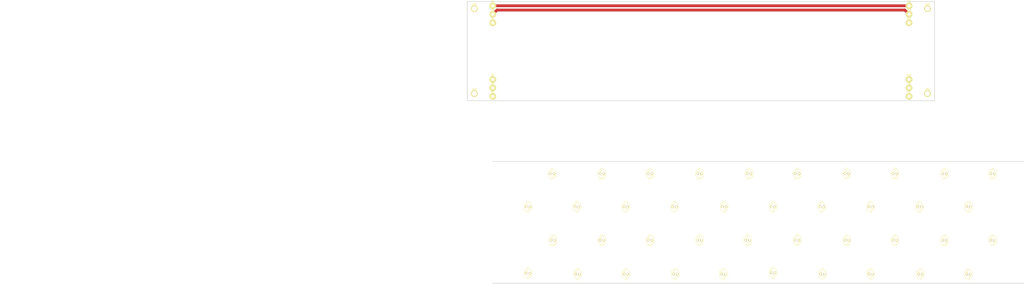
<source format=kicad_pcb>
(kicad_pcb (version 3) (host pcbnew "(22-Jun-2014 BZR 4027)-stable")

  (general
    (links 47)
    (no_connects 45)
    (area -0.190501 -0.937 585.044501 238.551101)
    (thickness 1.6002)
    (drawings 64)
    (tracks 4)
    (zones 0)
    (modules 56)
    (nets 46)
  )

  (page A3)
  (layers
    (15 Front signal)
    (0 Back signal)
    (16 B.Adhes user)
    (17 F.Adhes user)
    (18 B.Paste user)
    (19 F.Paste user)
    (20 B.SilkS user)
    (21 F.SilkS user)
    (22 B.Mask user)
    (23 F.Mask user)
    (24 Dwgs.User user)
    (25 Cmts.User user)
    (26 Eco1.User user)
    (27 Eco2.User user)
    (28 Edge.Cuts user)
  )

  (setup
    (last_trace_width 2)
    (trace_clearance 0.254)
    (zone_clearance 0.5)
    (zone_45_only no)
    (trace_min 0.2032)
    (segment_width 0.381)
    (edge_width 0.381)
    (via_size 0.889)
    (via_drill 0.635)
    (via_min_size 0.889)
    (via_min_drill 0.508)
    (uvia_size 0.508)
    (uvia_drill 0.127)
    (uvias_allowed no)
    (uvia_min_size 0.508)
    (uvia_min_drill 0.127)
    (pcb_text_width 0.3048)
    (pcb_text_size 1.524 2.032)
    (mod_edge_width 0.381)
    (mod_text_size 1.524 1.524)
    (mod_text_width 0.3048)
    (pad_size 4.064 4.064)
    (pad_drill 2)
    (pad_to_mask_clearance 0.254)
    (aux_axis_origin 0 0)
    (visible_elements FFFFFFBF)
    (pcbplotparams
      (layerselection 3178497)
      (usegerberextensions true)
      (excludeedgelayer true)
      (linewidth 0.100000)
      (plotframeref false)
      (viasonmask false)
      (mode 1)
      (useauxorigin false)
      (hpglpennumber 1)
      (hpglpenspeed 20)
      (hpglpendiameter 15)
      (hpglpenoverlay 2)
      (psnegative false)
      (psa4output false)
      (plotreference true)
      (plotvalue true)
      (plotothertext true)
      (plotinvisibletext false)
      (padsonsilk false)
      (subtractmaskfromsilk false)
      (outputformat 1)
      (mirror false)
      (drillshape 1)
      (scaleselection 1)
      (outputdirectory ""))
  )

  (net 0 "")
  (net 1 /+12V)
  (net 2 /BLUE)
  (net 3 /ORANGE)
  (net 4 /RED)
  (net 5 /WHITE)
  (net 6 N-000001)
  (net 7 N-0000010)
  (net 8 N-0000011)
  (net 9 N-0000012)
  (net 10 N-0000013)
  (net 11 N-0000014)
  (net 12 N-0000015)
  (net 13 N-0000016)
  (net 14 N-0000017)
  (net 15 N-0000018)
  (net 16 N-000002)
  (net 17 N-0000020)
  (net 18 N-0000021)
  (net 19 N-0000022)
  (net 20 N-0000023)
  (net 21 N-0000024)
  (net 22 N-0000025)
  (net 23 N-0000026)
  (net 24 N-0000027)
  (net 25 N-0000028)
  (net 26 N-0000029)
  (net 27 N-000003)
  (net 28 N-0000030)
  (net 29 N-0000031)
  (net 30 N-0000032)
  (net 31 N-0000033)
  (net 32 N-0000034)
  (net 33 N-0000035)
  (net 34 N-0000036)
  (net 35 N-0000037)
  (net 36 N-0000038)
  (net 37 N-0000039)
  (net 38 N-000004)
  (net 39 N-0000040)
  (net 40 N-0000041)
  (net 41 N-000005)
  (net 42 N-000006)
  (net 43 N-000007)
  (net 44 N-000008)
  (net 45 N-000009)

  (net_class Default ""
    (clearance 0.254)
    (trace_width 2)
    (via_dia 0.889)
    (via_drill 0.635)
    (uvia_dia 0.508)
    (uvia_drill 0.127)
    (add_net "")
    (add_net /+12V)
    (add_net /BLUE)
    (add_net /ORANGE)
    (add_net /RED)
    (add_net /WHITE)
    (add_net N-000001)
    (add_net N-0000010)
    (add_net N-0000011)
    (add_net N-0000012)
    (add_net N-0000013)
    (add_net N-0000014)
    (add_net N-0000015)
    (add_net N-0000016)
    (add_net N-0000017)
    (add_net N-0000018)
    (add_net N-000002)
    (add_net N-0000020)
    (add_net N-0000021)
    (add_net N-0000022)
    (add_net N-0000023)
    (add_net N-0000024)
    (add_net N-0000025)
    (add_net N-0000026)
    (add_net N-0000027)
    (add_net N-0000028)
    (add_net N-0000029)
    (add_net N-000003)
    (add_net N-0000030)
    (add_net N-0000031)
    (add_net N-0000032)
    (add_net N-0000033)
    (add_net N-0000034)
    (add_net N-0000035)
    (add_net N-0000036)
    (add_net N-0000037)
    (add_net N-0000038)
    (add_net N-0000039)
    (add_net N-000004)
    (add_net N-0000040)
    (add_net N-0000041)
    (add_net N-000005)
    (add_net N-000006)
    (add_net N-000007)
    (add_net N-000008)
    (add_net N-000009)
  )

  (module 1pin (layer Front) (tedit 587BC72A) (tstamp 587BC797)
    (at 325 65)
    (descr "module 1 pin (ou trou mecanique de percage)")
    (tags DEV)
    (fp_text reference 1PIN (at 0 -3.048) (layer F.SilkS)
      (effects (font (size 1.016 1.016) (thickness 0.254)))
    )
    (fp_text value P*** (at 0 2.794) (layer F.SilkS) hide
      (effects (font (size 1.016 1.016) (thickness 0.254)))
    )
    (fp_circle (center 0 0) (end 0 -2.286) (layer F.SilkS) (width 0.381))
    (pad "" np_thru_hole circle (at 0 0) (size 4.064 4.064) (drill 3.3)
      (layers *.Cu *.Mask F.SilkS)
    )
  )

  (module 1pin (layer Front) (tedit 587BC72A) (tstamp 587BC792)
    (at 325 5)
    (descr "module 1 pin (ou trou mecanique de percage)")
    (tags DEV)
    (fp_text reference 1PIN (at 0 -3.048) (layer F.SilkS)
      (effects (font (size 1.016 1.016) (thickness 0.254)))
    )
    (fp_text value P*** (at 0 2.794) (layer F.SilkS) hide
      (effects (font (size 1.016 1.016) (thickness 0.254)))
    )
    (fp_circle (center 0 0) (end 0 -2.286) (layer F.SilkS) (width 0.381))
    (pad "" np_thru_hole circle (at 0 0) (size 4.064 4.064) (drill 3.3)
      (layers *.Cu *.Mask F.SilkS)
    )
  )

  (module 1pin (layer Front) (tedit 587BC72A) (tstamp 587BC78D)
    (at 5 65)
    (descr "module 1 pin (ou trou mecanique de percage)")
    (tags DEV)
    (fp_text reference 1PIN (at 0 -3.048) (layer F.SilkS)
      (effects (font (size 1.016 1.016) (thickness 0.254)))
    )
    (fp_text value P*** (at 0 2.794) (layer F.SilkS) hide
      (effects (font (size 1.016 1.016) (thickness 0.254)))
    )
    (fp_circle (center 0 0) (end 0 -2.286) (layer F.SilkS) (width 0.381))
    (pad "" np_thru_hole circle (at 0 0) (size 4.064 4.064) (drill 3.3)
      (layers *.Cu *.Mask F.SilkS)
    )
  )

  (module 1pin (layer Front) (tedit 587BC72A) (tstamp 4DD24A73)
    (at 5 5)
    (descr "module 1 pin (ou trou mecanique de percage)")
    (tags DEV)
    (fp_text reference 1PIN (at 0 -3.048) (layer F.SilkS)
      (effects (font (size 1.016 1.016) (thickness 0.254)))
    )
    (fp_text value P*** (at 0 2.794) (layer F.SilkS) hide
      (effects (font (size 1.016 1.016) (thickness 0.254)))
    )
    (fp_circle (center 0 0) (end 0 -2.286) (layer F.SilkS) (width 0.381))
    (pad "" np_thru_hole circle (at 0 0) (size 4.064 4.064) (drill 3.3)
      (layers *.Cu *.Mask F.SilkS)
    )
  )

  (module LED-5MM (layer Front) (tedit 50ADE86B) (tstamp 587BBA46)
    (at 354 145 180)
    (descr "LED 5mm - Lead pitch 100mil (2,54mm)")
    (tags "LED led 5mm 5MM 100mil 2,54mm")
    (path /587B8D8A)
    (fp_text reference D10 (at 0 -3.81 180) (layer F.SilkS)
      (effects (font (size 0.762 0.762) (thickness 0.0889)))
    )
    (fp_text value RED (at 0 3.81 180) (layer F.SilkS)
      (effects (font (size 0.762 0.762) (thickness 0.0889)))
    )
    (fp_line (start 2.8448 1.905) (end 2.8448 -1.905) (layer F.SilkS) (width 0.2032))
    (fp_circle (center 0.254 0) (end -1.016 1.27) (layer F.SilkS) (width 0.0762))
    (fp_arc (start 0.254 0) (end 2.794 1.905) (angle 286.2) (layer F.SilkS) (width 0.254))
    (fp_arc (start 0.254 0) (end -0.889 0) (angle 90) (layer F.SilkS) (width 0.1524))
    (fp_arc (start 0.254 0) (end 1.397 0) (angle 90) (layer F.SilkS) (width 0.1524))
    (fp_arc (start 0.254 0) (end -1.397 0) (angle 90) (layer F.SilkS) (width 0.1524))
    (fp_arc (start 0.254 0) (end 1.905 0) (angle 90) (layer F.SilkS) (width 0.1524))
    (fp_arc (start 0.254 0) (end -1.905 0) (angle 90) (layer F.SilkS) (width 0.1524))
    (fp_arc (start 0.254 0) (end 2.413 0) (angle 90) (layer F.SilkS) (width 0.1524))
    (pad 1 thru_hole circle (at -1.27 0 180) (size 1.6764 1.6764) (drill 0.8128)
      (layers *.Cu *.Mask F.SilkS)
      (net 9 N-0000012)
    )
    (pad 2 thru_hole circle (at 1.27 0 180) (size 1.6764 1.6764) (drill 0.8128)
      (layers *.Cu *.Mask F.SilkS)
      (net 15 N-0000018)
    )
    (model discret/leds/led5_vertical_verde.wrl
      (at (xyz 0 0 0))
      (scale (xyz 1 1 1))
      (rotate (xyz 0 0 0))
    )
  )

  (module LED-5MM (layer Front) (tedit 50ADE86B) (tstamp 587BBA55)
    (at 251 192.5 180)
    (descr "LED 5mm - Lead pitch 100mil (2,54mm)")
    (tags "LED led 5mm 5MM 100mil 2,54mm")
    (path /587B8D9C)
    (fp_text reference D7 (at 0 -3.81 180) (layer F.SilkS)
      (effects (font (size 0.762 0.762) (thickness 0.0889)))
    )
    (fp_text value RED (at 0 3.81 180) (layer F.SilkS)
      (effects (font (size 0.762 0.762) (thickness 0.0889)))
    )
    (fp_line (start 2.8448 1.905) (end 2.8448 -1.905) (layer F.SilkS) (width 0.2032))
    (fp_circle (center 0.254 0) (end -1.016 1.27) (layer F.SilkS) (width 0.0762))
    (fp_arc (start 0.254 0) (end 2.794 1.905) (angle 286.2) (layer F.SilkS) (width 0.254))
    (fp_arc (start 0.254 0) (end -0.889 0) (angle 90) (layer F.SilkS) (width 0.1524))
    (fp_arc (start 0.254 0) (end 1.397 0) (angle 90) (layer F.SilkS) (width 0.1524))
    (fp_arc (start 0.254 0) (end -1.397 0) (angle 90) (layer F.SilkS) (width 0.1524))
    (fp_arc (start 0.254 0) (end 1.905 0) (angle 90) (layer F.SilkS) (width 0.1524))
    (fp_arc (start 0.254 0) (end -1.905 0) (angle 90) (layer F.SilkS) (width 0.1524))
    (fp_arc (start 0.254 0) (end 2.413 0) (angle 90) (layer F.SilkS) (width 0.1524))
    (pad 1 thru_hole circle (at -1.27 0 180) (size 1.6764 1.6764) (drill 0.8128)
      (layers *.Cu *.Mask F.SilkS)
      (net 1 /+12V)
    )
    (pad 2 thru_hole circle (at 1.27 0 180) (size 1.6764 1.6764) (drill 0.8128)
      (layers *.Cu *.Mask F.SilkS)
      (net 10 N-0000013)
    )
    (model discret/leds/led5_vertical_verde.wrl
      (at (xyz 0 0 0))
      (scale (xyz 1 1 1))
      (rotate (xyz 0 0 0))
    )
  )

  (module LED-5MM (layer Front) (tedit 50ADE86B) (tstamp 587BBA64)
    (at 371 121.5)
    (descr "LED 5mm - Lead pitch 100mil (2,54mm)")
    (tags "LED led 5mm 5MM 100mil 2,54mm")
    (path /587B8E3B)
    (fp_text reference D30 (at 0 -3.81) (layer F.SilkS)
      (effects (font (size 0.762 0.762) (thickness 0.0889)))
    )
    (fp_text value ORANGE (at 0 3.81) (layer F.SilkS)
      (effects (font (size 0.762 0.762) (thickness 0.0889)))
    )
    (fp_line (start 2.8448 1.905) (end 2.8448 -1.905) (layer F.SilkS) (width 0.2032))
    (fp_circle (center 0.254 0) (end -1.016 1.27) (layer F.SilkS) (width 0.0762))
    (fp_arc (start 0.254 0) (end 2.794 1.905) (angle 286.2) (layer F.SilkS) (width 0.254))
    (fp_arc (start 0.254 0) (end -0.889 0) (angle 90) (layer F.SilkS) (width 0.1524))
    (fp_arc (start 0.254 0) (end 1.397 0) (angle 90) (layer F.SilkS) (width 0.1524))
    (fp_arc (start 0.254 0) (end -1.397 0) (angle 90) (layer F.SilkS) (width 0.1524))
    (fp_arc (start 0.254 0) (end 1.905 0) (angle 90) (layer F.SilkS) (width 0.1524))
    (fp_arc (start 0.254 0) (end -1.905 0) (angle 90) (layer F.SilkS) (width 0.1524))
    (fp_arc (start 0.254 0) (end 2.413 0) (angle 90) (layer F.SilkS) (width 0.1524))
    (pad 1 thru_hole circle (at -1.27 0) (size 1.6764 1.6764) (drill 0.8128)
      (layers *.Cu *.Mask F.SilkS)
      (net 7 N-0000010)
    )
    (pad 2 thru_hole circle (at 1.27 0) (size 1.6764 1.6764) (drill 0.8128)
      (layers *.Cu *.Mask F.SilkS)
      (net 45 N-000009)
    )
    (model discret/leds/led5_vertical_verde.wrl
      (at (xyz 0 0 0))
      (scale (xyz 1 1 1))
      (rotate (xyz 0 0 0))
    )
  )

  (module LED-5MM (layer Front) (tedit 50ADE86B) (tstamp 587BBA73)
    (at 285 145 180)
    (descr "LED 5mm - Lead pitch 100mil (2,54mm)")
    (tags "LED led 5mm 5MM 100mil 2,54mm")
    (path /587B8DA8)
    (fp_text reference D8 (at 0 -3.81 180) (layer F.SilkS)
      (effects (font (size 0.762 0.762) (thickness 0.0889)))
    )
    (fp_text value RED (at 0 3.81 180) (layer F.SilkS)
      (effects (font (size 0.762 0.762) (thickness 0.0889)))
    )
    (fp_line (start 2.8448 1.905) (end 2.8448 -1.905) (layer F.SilkS) (width 0.2032))
    (fp_circle (center 0.254 0) (end -1.016 1.27) (layer F.SilkS) (width 0.0762))
    (fp_arc (start 0.254 0) (end 2.794 1.905) (angle 286.2) (layer F.SilkS) (width 0.254))
    (fp_arc (start 0.254 0) (end -0.889 0) (angle 90) (layer F.SilkS) (width 0.1524))
    (fp_arc (start 0.254 0) (end 1.397 0) (angle 90) (layer F.SilkS) (width 0.1524))
    (fp_arc (start 0.254 0) (end -1.397 0) (angle 90) (layer F.SilkS) (width 0.1524))
    (fp_arc (start 0.254 0) (end 1.905 0) (angle 90) (layer F.SilkS) (width 0.1524))
    (fp_arc (start 0.254 0) (end -1.905 0) (angle 90) (layer F.SilkS) (width 0.1524))
    (fp_arc (start 0.254 0) (end 2.413 0) (angle 90) (layer F.SilkS) (width 0.1524))
    (pad 1 thru_hole circle (at -1.27 0 180) (size 1.6764 1.6764) (drill 0.8128)
      (layers *.Cu *.Mask F.SilkS)
      (net 10 N-0000013)
    )
    (pad 2 thru_hole circle (at 1.27 0 180) (size 1.6764 1.6764) (drill 0.8128)
      (layers *.Cu *.Mask F.SilkS)
      (net 11 N-0000014)
    )
    (model discret/leds/led5_vertical_verde.wrl
      (at (xyz 0 0 0))
      (scale (xyz 1 1 1))
      (rotate (xyz 0 0 0))
    )
  )

  (module LED-5MM (layer Front) (tedit 50ADE86B) (tstamp 587BBA82)
    (at 285 192.5 180)
    (descr "LED 5mm - Lead pitch 100mil (2,54mm)")
    (tags "LED led 5mm 5MM 100mil 2,54mm")
    (path /587B8DB4)
    (fp_text reference D18 (at 0 -3.81 180) (layer F.SilkS)
      (effects (font (size 0.762 0.762) (thickness 0.0889)))
    )
    (fp_text value BLUE (at 0 3.81 180) (layer F.SilkS)
      (effects (font (size 0.762 0.762) (thickness 0.0889)))
    )
    (fp_line (start 2.8448 1.905) (end 2.8448 -1.905) (layer F.SilkS) (width 0.2032))
    (fp_circle (center 0.254 0) (end -1.016 1.27) (layer F.SilkS) (width 0.0762))
    (fp_arc (start 0.254 0) (end 2.794 1.905) (angle 286.2) (layer F.SilkS) (width 0.254))
    (fp_arc (start 0.254 0) (end -0.889 0) (angle 90) (layer F.SilkS) (width 0.1524))
    (fp_arc (start 0.254 0) (end 1.397 0) (angle 90) (layer F.SilkS) (width 0.1524))
    (fp_arc (start 0.254 0) (end -1.397 0) (angle 90) (layer F.SilkS) (width 0.1524))
    (fp_arc (start 0.254 0) (end 1.905 0) (angle 90) (layer F.SilkS) (width 0.1524))
    (fp_arc (start 0.254 0) (end -1.905 0) (angle 90) (layer F.SilkS) (width 0.1524))
    (fp_arc (start 0.254 0) (end 2.413 0) (angle 90) (layer F.SilkS) (width 0.1524))
    (pad 1 thru_hole circle (at -1.27 0 180) (size 1.6764 1.6764) (drill 0.8128)
      (layers *.Cu *.Mask F.SilkS)
      (net 12 N-0000015)
    )
    (pad 2 thru_hole circle (at 1.27 0 180) (size 1.6764 1.6764) (drill 0.8128)
      (layers *.Cu *.Mask F.SilkS)
      (net 13 N-0000016)
    )
    (model discret/leds/led5_vertical_verde.wrl
      (at (xyz 0 0 0))
      (scale (xyz 1 1 1))
      (rotate (xyz 0 0 0))
    )
  )

  (module LED-5MM (layer Front) (tedit 50ADE86B) (tstamp 587BBA91)
    (at 250.5 145 180)
    (descr "LED 5mm - Lead pitch 100mil (2,54mm)")
    (tags "LED led 5mm 5MM 100mil 2,54mm")
    (path /587B8DC0)
    (fp_text reference D17 (at 0 -3.81 180) (layer F.SilkS)
      (effects (font (size 0.762 0.762) (thickness 0.0889)))
    )
    (fp_text value BLUE (at 0 3.81 180) (layer F.SilkS)
      (effects (font (size 0.762 0.762) (thickness 0.0889)))
    )
    (fp_line (start 2.8448 1.905) (end 2.8448 -1.905) (layer F.SilkS) (width 0.2032))
    (fp_circle (center 0.254 0) (end -1.016 1.27) (layer F.SilkS) (width 0.0762))
    (fp_arc (start 0.254 0) (end 2.794 1.905) (angle 286.2) (layer F.SilkS) (width 0.254))
    (fp_arc (start 0.254 0) (end -0.889 0) (angle 90) (layer F.SilkS) (width 0.1524))
    (fp_arc (start 0.254 0) (end 1.397 0) (angle 90) (layer F.SilkS) (width 0.1524))
    (fp_arc (start 0.254 0) (end -1.397 0) (angle 90) (layer F.SilkS) (width 0.1524))
    (fp_arc (start 0.254 0) (end 1.905 0) (angle 90) (layer F.SilkS) (width 0.1524))
    (fp_arc (start 0.254 0) (end -1.905 0) (angle 90) (layer F.SilkS) (width 0.1524))
    (fp_arc (start 0.254 0) (end 2.413 0) (angle 90) (layer F.SilkS) (width 0.1524))
    (pad 1 thru_hole circle (at -1.27 0 180) (size 1.6764 1.6764) (drill 0.8128)
      (layers *.Cu *.Mask F.SilkS)
      (net 1 /+12V)
    )
    (pad 2 thru_hole circle (at 1.27 0 180) (size 1.6764 1.6764) (drill 0.8128)
      (layers *.Cu *.Mask F.SilkS)
      (net 12 N-0000015)
    )
    (model discret/leds/led5_vertical_verde.wrl
      (at (xyz 0 0 0))
      (scale (xyz 1 1 1))
      (rotate (xyz 0 0 0))
    )
  )

  (module LED-5MM (layer Front) (tedit 50ADE86B) (tstamp 587BBAA0)
    (at 337 168.5)
    (descr "LED 5mm - Lead pitch 100mil (2,54mm)")
    (tags "LED led 5mm 5MM 100mil 2,54mm")
    (path /587B8E2F)
    (fp_text reference D29 (at 0 -3.81) (layer F.SilkS)
      (effects (font (size 0.762 0.762) (thickness 0.0889)))
    )
    (fp_text value ORANGE (at 0 3.81) (layer F.SilkS)
      (effects (font (size 0.762 0.762) (thickness 0.0889)))
    )
    (fp_line (start 2.8448 1.905) (end 2.8448 -1.905) (layer F.SilkS) (width 0.2032))
    (fp_circle (center 0.254 0) (end -1.016 1.27) (layer F.SilkS) (width 0.0762))
    (fp_arc (start 0.254 0) (end 2.794 1.905) (angle 286.2) (layer F.SilkS) (width 0.254))
    (fp_arc (start 0.254 0) (end -0.889 0) (angle 90) (layer F.SilkS) (width 0.1524))
    (fp_arc (start 0.254 0) (end 1.397 0) (angle 90) (layer F.SilkS) (width 0.1524))
    (fp_arc (start 0.254 0) (end -1.397 0) (angle 90) (layer F.SilkS) (width 0.1524))
    (fp_arc (start 0.254 0) (end 1.905 0) (angle 90) (layer F.SilkS) (width 0.1524))
    (fp_arc (start 0.254 0) (end -1.905 0) (angle 90) (layer F.SilkS) (width 0.1524))
    (fp_arc (start 0.254 0) (end 2.413 0) (angle 90) (layer F.SilkS) (width 0.1524))
    (pad 1 thru_hole circle (at -1.27 0) (size 1.6764 1.6764) (drill 0.8128)
      (layers *.Cu *.Mask F.SilkS)
      (net 1 /+12V)
    )
    (pad 2 thru_hole circle (at 1.27 0) (size 1.6764 1.6764) (drill 0.8128)
      (layers *.Cu *.Mask F.SilkS)
      (net 7 N-0000010)
    )
    (model discret/leds/led5_vertical_verde.wrl
      (at (xyz 0 0 0))
      (scale (xyz 1 1 1))
      (rotate (xyz 0 0 0))
    )
  )

  (module LED-5MM (layer Front) (tedit 50ADE86B) (tstamp 587BBAAF)
    (at 319.5 145 180)
    (descr "LED 5mm - Lead pitch 100mil (2,54mm)")
    (tags "LED led 5mm 5MM 100mil 2,54mm")
    (path /587B8DC6)
    (fp_text reference D19 (at 0 -3.81 180) (layer F.SilkS)
      (effects (font (size 0.762 0.762) (thickness 0.0889)))
    )
    (fp_text value BLUE (at 0 3.81 180) (layer F.SilkS)
      (effects (font (size 0.762 0.762) (thickness 0.0889)))
    )
    (fp_line (start 2.8448 1.905) (end 2.8448 -1.905) (layer F.SilkS) (width 0.2032))
    (fp_circle (center 0.254 0) (end -1.016 1.27) (layer F.SilkS) (width 0.0762))
    (fp_arc (start 0.254 0) (end 2.794 1.905) (angle 286.2) (layer F.SilkS) (width 0.254))
    (fp_arc (start 0.254 0) (end -0.889 0) (angle 90) (layer F.SilkS) (width 0.1524))
    (fp_arc (start 0.254 0) (end 1.397 0) (angle 90) (layer F.SilkS) (width 0.1524))
    (fp_arc (start 0.254 0) (end -1.397 0) (angle 90) (layer F.SilkS) (width 0.1524))
    (fp_arc (start 0.254 0) (end 1.905 0) (angle 90) (layer F.SilkS) (width 0.1524))
    (fp_arc (start 0.254 0) (end -1.905 0) (angle 90) (layer F.SilkS) (width 0.1524))
    (fp_arc (start 0.254 0) (end 2.413 0) (angle 90) (layer F.SilkS) (width 0.1524))
    (pad 1 thru_hole circle (at -1.27 0 180) (size 1.6764 1.6764) (drill 0.8128)
      (layers *.Cu *.Mask F.SilkS)
      (net 1 /+12V)
    )
    (pad 2 thru_hole circle (at 1.27 0 180) (size 1.6764 1.6764) (drill 0.8128)
      (layers *.Cu *.Mask F.SilkS)
      (net 8 N-0000011)
    )
    (model discret/leds/led5_vertical_verde.wrl
      (at (xyz 0 0 0))
      (scale (xyz 1 1 1))
      (rotate (xyz 0 0 0))
    )
  )

  (module LED-5MM (layer Front) (tedit 50ADE86B) (tstamp 587BBABE)
    (at 268 168.5)
    (descr "LED 5mm - Lead pitch 100mil (2,54mm)")
    (tags "LED led 5mm 5MM 100mil 2,54mm")
    (path /587B8E29)
    (fp_text reference D27 (at 0 -3.81) (layer F.SilkS)
      (effects (font (size 0.762 0.762) (thickness 0.0889)))
    )
    (fp_text value ORANGE (at 0 3.81) (layer F.SilkS)
      (effects (font (size 0.762 0.762) (thickness 0.0889)))
    )
    (fp_line (start 2.8448 1.905) (end 2.8448 -1.905) (layer F.SilkS) (width 0.2032))
    (fp_circle (center 0.254 0) (end -1.016 1.27) (layer F.SilkS) (width 0.0762))
    (fp_arc (start 0.254 0) (end 2.794 1.905) (angle 286.2) (layer F.SilkS) (width 0.254))
    (fp_arc (start 0.254 0) (end -0.889 0) (angle 90) (layer F.SilkS) (width 0.1524))
    (fp_arc (start 0.254 0) (end 1.397 0) (angle 90) (layer F.SilkS) (width 0.1524))
    (fp_arc (start 0.254 0) (end -1.397 0) (angle 90) (layer F.SilkS) (width 0.1524))
    (fp_arc (start 0.254 0) (end 1.905 0) (angle 90) (layer F.SilkS) (width 0.1524))
    (fp_arc (start 0.254 0) (end -1.905 0) (angle 90) (layer F.SilkS) (width 0.1524))
    (fp_arc (start 0.254 0) (end 2.413 0) (angle 90) (layer F.SilkS) (width 0.1524))
    (pad 1 thru_hole circle (at -1.27 0) (size 1.6764 1.6764) (drill 0.8128)
      (layers *.Cu *.Mask F.SilkS)
      (net 1 /+12V)
    )
    (pad 2 thru_hole circle (at 1.27 0) (size 1.6764 1.6764) (drill 0.8128)
      (layers *.Cu *.Mask F.SilkS)
      (net 43 N-000007)
    )
    (model discret/leds/led5_vertical_verde.wrl
      (at (xyz 0 0 0))
      (scale (xyz 1 1 1))
      (rotate (xyz 0 0 0))
    )
  )

  (module LED-5MM (layer Front) (tedit 50ADE86B) (tstamp 587BBACD)
    (at 354 192.5 180)
    (descr "LED 5mm - Lead pitch 100mil (2,54mm)")
    (tags "LED led 5mm 5MM 100mil 2,54mm")
    (path /587B8DD2)
    (fp_text reference D20 (at 0 -3.81 180) (layer F.SilkS)
      (effects (font (size 0.762 0.762) (thickness 0.0889)))
    )
    (fp_text value BLUE (at 0 3.81 180) (layer F.SilkS)
      (effects (font (size 0.762 0.762) (thickness 0.0889)))
    )
    (fp_line (start 2.8448 1.905) (end 2.8448 -1.905) (layer F.SilkS) (width 0.2032))
    (fp_circle (center 0.254 0) (end -1.016 1.27) (layer F.SilkS) (width 0.0762))
    (fp_arc (start 0.254 0) (end 2.794 1.905) (angle 286.2) (layer F.SilkS) (width 0.254))
    (fp_arc (start 0.254 0) (end -0.889 0) (angle 90) (layer F.SilkS) (width 0.1524))
    (fp_arc (start 0.254 0) (end 1.397 0) (angle 90) (layer F.SilkS) (width 0.1524))
    (fp_arc (start 0.254 0) (end -1.397 0) (angle 90) (layer F.SilkS) (width 0.1524))
    (fp_arc (start 0.254 0) (end 1.905 0) (angle 90) (layer F.SilkS) (width 0.1524))
    (fp_arc (start 0.254 0) (end -1.905 0) (angle 90) (layer F.SilkS) (width 0.1524))
    (fp_arc (start 0.254 0) (end 2.413 0) (angle 90) (layer F.SilkS) (width 0.1524))
    (pad 1 thru_hole circle (at -1.27 0 180) (size 1.6764 1.6764) (drill 0.8128)
      (layers *.Cu *.Mask F.SilkS)
      (net 8 N-0000011)
    )
    (pad 2 thru_hole circle (at 1.27 0 180) (size 1.6764 1.6764) (drill 0.8128)
      (layers *.Cu *.Mask F.SilkS)
      (net 14 N-0000017)
    )
    (model discret/leds/led5_vertical_verde.wrl
      (at (xyz 0 0 0))
      (scale (xyz 1 1 1))
      (rotate (xyz 0 0 0))
    )
  )

  (module LED-5MM (layer Front) (tedit 50ADE86B) (tstamp 587BBADC)
    (at 164 121.5)
    (descr "LED 5mm - Lead pitch 100mil (2,54mm)")
    (tags "LED led 5mm 5MM 100mil 2,54mm")
    (path /587B8DE7)
    (fp_text reference D24 (at 0 -3.81) (layer F.SilkS)
      (effects (font (size 0.762 0.762) (thickness 0.0889)))
    )
    (fp_text value ORANGE (at 0 3.81) (layer F.SilkS)
      (effects (font (size 0.762 0.762) (thickness 0.0889)))
    )
    (fp_line (start 2.8448 1.905) (end 2.8448 -1.905) (layer F.SilkS) (width 0.2032))
    (fp_circle (center 0.254 0) (end -1.016 1.27) (layer F.SilkS) (width 0.0762))
    (fp_arc (start 0.254 0) (end 2.794 1.905) (angle 286.2) (layer F.SilkS) (width 0.254))
    (fp_arc (start 0.254 0) (end -0.889 0) (angle 90) (layer F.SilkS) (width 0.1524))
    (fp_arc (start 0.254 0) (end 1.397 0) (angle 90) (layer F.SilkS) (width 0.1524))
    (fp_arc (start 0.254 0) (end -1.397 0) (angle 90) (layer F.SilkS) (width 0.1524))
    (fp_arc (start 0.254 0) (end 1.905 0) (angle 90) (layer F.SilkS) (width 0.1524))
    (fp_arc (start 0.254 0) (end -1.905 0) (angle 90) (layer F.SilkS) (width 0.1524))
    (fp_arc (start 0.254 0) (end 2.413 0) (angle 90) (layer F.SilkS) (width 0.1524))
    (pad 1 thru_hole circle (at -1.27 0) (size 1.6764 1.6764) (drill 0.8128)
      (layers *.Cu *.Mask F.SilkS)
      (net 6 N-000001)
    )
    (pad 2 thru_hole circle (at 1.27 0) (size 1.6764 1.6764) (drill 0.8128)
      (layers *.Cu *.Mask F.SilkS)
      (net 16 N-000002)
    )
    (model discret/leds/led5_vertical_verde.wrl
      (at (xyz 0 0 0))
      (scale (xyz 1 1 1))
      (rotate (xyz 0 0 0))
    )
  )

  (module LED-5MM (layer Front) (tedit 50ADE86B) (tstamp 587BBAEB)
    (at 302 121.5)
    (descr "LED 5mm - Lead pitch 100mil (2,54mm)")
    (tags "LED led 5mm 5MM 100mil 2,54mm")
    (path /587B8E1D)
    (fp_text reference D28 (at 0 -3.81) (layer F.SilkS)
      (effects (font (size 0.762 0.762) (thickness 0.0889)))
    )
    (fp_text value ORANGE (at 0 3.81) (layer F.SilkS)
      (effects (font (size 0.762 0.762) (thickness 0.0889)))
    )
    (fp_line (start 2.8448 1.905) (end 2.8448 -1.905) (layer F.SilkS) (width 0.2032))
    (fp_circle (center 0.254 0) (end -1.016 1.27) (layer F.SilkS) (width 0.0762))
    (fp_arc (start 0.254 0) (end 2.794 1.905) (angle 286.2) (layer F.SilkS) (width 0.254))
    (fp_arc (start 0.254 0) (end -0.889 0) (angle 90) (layer F.SilkS) (width 0.1524))
    (fp_arc (start 0.254 0) (end 1.397 0) (angle 90) (layer F.SilkS) (width 0.1524))
    (fp_arc (start 0.254 0) (end -1.397 0) (angle 90) (layer F.SilkS) (width 0.1524))
    (fp_arc (start 0.254 0) (end 1.905 0) (angle 90) (layer F.SilkS) (width 0.1524))
    (fp_arc (start 0.254 0) (end -1.905 0) (angle 90) (layer F.SilkS) (width 0.1524))
    (fp_arc (start 0.254 0) (end 2.413 0) (angle 90) (layer F.SilkS) (width 0.1524))
    (pad 1 thru_hole circle (at -1.27 0) (size 1.6764 1.6764) (drill 0.8128)
      (layers *.Cu *.Mask F.SilkS)
      (net 43 N-000007)
    )
    (pad 2 thru_hole circle (at 1.27 0) (size 1.6764 1.6764) (drill 0.8128)
      (layers *.Cu *.Mask F.SilkS)
      (net 44 N-000008)
    )
    (model discret/leds/led5_vertical_verde.wrl
      (at (xyz 0 0 0))
      (scale (xyz 1 1 1))
      (rotate (xyz 0 0 0))
    )
  )

  (module LED-5MM (layer Front) (tedit 50ADE86B) (tstamp 587BBAFA)
    (at 129 168.5)
    (descr "LED 5mm - Lead pitch 100mil (2,54mm)")
    (tags "LED led 5mm 5MM 100mil 2,54mm")
    (path /587B8DF3)
    (fp_text reference D23 (at 0 -3.81) (layer F.SilkS)
      (effects (font (size 0.762 0.762) (thickness 0.0889)))
    )
    (fp_text value ORANGE (at 0 3.81) (layer F.SilkS)
      (effects (font (size 0.762 0.762) (thickness 0.0889)))
    )
    (fp_line (start 2.8448 1.905) (end 2.8448 -1.905) (layer F.SilkS) (width 0.2032))
    (fp_circle (center 0.254 0) (end -1.016 1.27) (layer F.SilkS) (width 0.0762))
    (fp_arc (start 0.254 0) (end 2.794 1.905) (angle 286.2) (layer F.SilkS) (width 0.254))
    (fp_arc (start 0.254 0) (end -0.889 0) (angle 90) (layer F.SilkS) (width 0.1524))
    (fp_arc (start 0.254 0) (end 1.397 0) (angle 90) (layer F.SilkS) (width 0.1524))
    (fp_arc (start 0.254 0) (end -1.397 0) (angle 90) (layer F.SilkS) (width 0.1524))
    (fp_arc (start 0.254 0) (end 1.905 0) (angle 90) (layer F.SilkS) (width 0.1524))
    (fp_arc (start 0.254 0) (end -1.905 0) (angle 90) (layer F.SilkS) (width 0.1524))
    (fp_arc (start 0.254 0) (end 2.413 0) (angle 90) (layer F.SilkS) (width 0.1524))
    (pad 1 thru_hole circle (at -1.27 0) (size 1.6764 1.6764) (drill 0.8128)
      (layers *.Cu *.Mask F.SilkS)
      (net 1 /+12V)
    )
    (pad 2 thru_hole circle (at 1.27 0) (size 1.6764 1.6764) (drill 0.8128)
      (layers *.Cu *.Mask F.SilkS)
      (net 6 N-000001)
    )
    (model discret/leds/led5_vertical_verde.wrl
      (at (xyz 0 0 0))
      (scale (xyz 1 1 1))
      (rotate (xyz 0 0 0))
    )
  )

  (module LED-5MM (layer Front) (tedit 50ADE86B) (tstamp 587BBB09)
    (at 95 121.5)
    (descr "LED 5mm - Lead pitch 100mil (2,54mm)")
    (tags "LED led 5mm 5MM 100mil 2,54mm")
    (path /587B8DF9)
    (fp_text reference D21 (at 0 -3.81) (layer F.SilkS)
      (effects (font (size 0.762 0.762) (thickness 0.0889)))
    )
    (fp_text value ORANGE (at 0 3.81) (layer F.SilkS)
      (effects (font (size 0.762 0.762) (thickness 0.0889)))
    )
    (fp_line (start 2.8448 1.905) (end 2.8448 -1.905) (layer F.SilkS) (width 0.2032))
    (fp_circle (center 0.254 0) (end -1.016 1.27) (layer F.SilkS) (width 0.0762))
    (fp_arc (start 0.254 0) (end 2.794 1.905) (angle 286.2) (layer F.SilkS) (width 0.254))
    (fp_arc (start 0.254 0) (end -0.889 0) (angle 90) (layer F.SilkS) (width 0.1524))
    (fp_arc (start 0.254 0) (end 1.397 0) (angle 90) (layer F.SilkS) (width 0.1524))
    (fp_arc (start 0.254 0) (end -1.397 0) (angle 90) (layer F.SilkS) (width 0.1524))
    (fp_arc (start 0.254 0) (end 1.905 0) (angle 90) (layer F.SilkS) (width 0.1524))
    (fp_arc (start 0.254 0) (end -1.905 0) (angle 90) (layer F.SilkS) (width 0.1524))
    (fp_arc (start 0.254 0) (end 2.413 0) (angle 90) (layer F.SilkS) (width 0.1524))
    (pad 1 thru_hole circle (at -1.27 0) (size 1.6764 1.6764) (drill 0.8128)
      (layers *.Cu *.Mask F.SilkS)
      (net 1 /+12V)
    )
    (pad 2 thru_hole circle (at 1.27 0) (size 1.6764 1.6764) (drill 0.8128)
      (layers *.Cu *.Mask F.SilkS)
      (net 38 N-000004)
    )
    (model discret/leds/led5_vertical_verde.wrl
      (at (xyz 0 0 0))
      (scale (xyz 1 1 1))
      (rotate (xyz 0 0 0))
    )
  )

  (module LED-5MM (layer Front) (tedit 50ADE86B) (tstamp 587BBB18)
    (at 233 121.5)
    (descr "LED 5mm - Lead pitch 100mil (2,54mm)")
    (tags "LED led 5mm 5MM 100mil 2,54mm")
    (path /587B8E17)
    (fp_text reference D26 (at 0 -3.81) (layer F.SilkS)
      (effects (font (size 0.762 0.762) (thickness 0.0889)))
    )
    (fp_text value ORANGE (at 0 3.81) (layer F.SilkS)
      (effects (font (size 0.762 0.762) (thickness 0.0889)))
    )
    (fp_line (start 2.8448 1.905) (end 2.8448 -1.905) (layer F.SilkS) (width 0.2032))
    (fp_circle (center 0.254 0) (end -1.016 1.27) (layer F.SilkS) (width 0.0762))
    (fp_arc (start 0.254 0) (end 2.794 1.905) (angle 286.2) (layer F.SilkS) (width 0.254))
    (fp_arc (start 0.254 0) (end -0.889 0) (angle 90) (layer F.SilkS) (width 0.1524))
    (fp_arc (start 0.254 0) (end 1.397 0) (angle 90) (layer F.SilkS) (width 0.1524))
    (fp_arc (start 0.254 0) (end -1.397 0) (angle 90) (layer F.SilkS) (width 0.1524))
    (fp_arc (start 0.254 0) (end 1.905 0) (angle 90) (layer F.SilkS) (width 0.1524))
    (fp_arc (start 0.254 0) (end -1.905 0) (angle 90) (layer F.SilkS) (width 0.1524))
    (fp_arc (start 0.254 0) (end 2.413 0) (angle 90) (layer F.SilkS) (width 0.1524))
    (pad 1 thru_hole circle (at -1.27 0) (size 1.6764 1.6764) (drill 0.8128)
      (layers *.Cu *.Mask F.SilkS)
      (net 42 N-000006)
    )
    (pad 2 thru_hole circle (at 1.27 0) (size 1.6764 1.6764) (drill 0.8128)
      (layers *.Cu *.Mask F.SilkS)
      (net 41 N-000005)
    )
    (model discret/leds/led5_vertical_verde.wrl
      (at (xyz 0 0 0))
      (scale (xyz 1 1 1))
      (rotate (xyz 0 0 0))
    )
  )

  (module LED-5MM (layer Front) (tedit 50ADE86B) (tstamp 587BBB27)
    (at 60.5 168.5)
    (descr "LED 5mm - Lead pitch 100mil (2,54mm)")
    (tags "LED led 5mm 5MM 100mil 2,54mm")
    (path /587B8E05)
    (fp_text reference D22 (at 0 -3.81) (layer F.SilkS)
      (effects (font (size 0.762 0.762) (thickness 0.0889)))
    )
    (fp_text value ORANGE (at 0 3.81) (layer F.SilkS)
      (effects (font (size 0.762 0.762) (thickness 0.0889)))
    )
    (fp_line (start 2.8448 1.905) (end 2.8448 -1.905) (layer F.SilkS) (width 0.2032))
    (fp_circle (center 0.254 0) (end -1.016 1.27) (layer F.SilkS) (width 0.0762))
    (fp_arc (start 0.254 0) (end 2.794 1.905) (angle 286.2) (layer F.SilkS) (width 0.254))
    (fp_arc (start 0.254 0) (end -0.889 0) (angle 90) (layer F.SilkS) (width 0.1524))
    (fp_arc (start 0.254 0) (end 1.397 0) (angle 90) (layer F.SilkS) (width 0.1524))
    (fp_arc (start 0.254 0) (end -1.397 0) (angle 90) (layer F.SilkS) (width 0.1524))
    (fp_arc (start 0.254 0) (end 1.905 0) (angle 90) (layer F.SilkS) (width 0.1524))
    (fp_arc (start 0.254 0) (end -1.905 0) (angle 90) (layer F.SilkS) (width 0.1524))
    (fp_arc (start 0.254 0) (end 2.413 0) (angle 90) (layer F.SilkS) (width 0.1524))
    (pad 1 thru_hole circle (at -1.27 0) (size 1.6764 1.6764) (drill 0.8128)
      (layers *.Cu *.Mask F.SilkS)
      (net 38 N-000004)
    )
    (pad 2 thru_hole circle (at 1.27 0) (size 1.6764 1.6764) (drill 0.8128)
      (layers *.Cu *.Mask F.SilkS)
      (net 27 N-000003)
    )
    (model discret/leds/led5_vertical_verde.wrl
      (at (xyz 0 0 0))
      (scale (xyz 1 1 1))
      (rotate (xyz 0 0 0))
    )
  )

  (module LED-5MM (layer Front) (tedit 50ADE86B) (tstamp 587BBB36)
    (at 198 168.5)
    (descr "LED 5mm - Lead pitch 100mil (2,54mm)")
    (tags "LED led 5mm 5MM 100mil 2,54mm")
    (path /587B8E0B)
    (fp_text reference D25 (at 0 -3.81) (layer F.SilkS)
      (effects (font (size 0.762 0.762) (thickness 0.0889)))
    )
    (fp_text value ORANGE (at 0 3.81) (layer F.SilkS)
      (effects (font (size 0.762 0.762) (thickness 0.0889)))
    )
    (fp_line (start 2.8448 1.905) (end 2.8448 -1.905) (layer F.SilkS) (width 0.2032))
    (fp_circle (center 0.254 0) (end -1.016 1.27) (layer F.SilkS) (width 0.0762))
    (fp_arc (start 0.254 0) (end 2.794 1.905) (angle 286.2) (layer F.SilkS) (width 0.254))
    (fp_arc (start 0.254 0) (end -0.889 0) (angle 90) (layer F.SilkS) (width 0.1524))
    (fp_arc (start 0.254 0) (end 1.397 0) (angle 90) (layer F.SilkS) (width 0.1524))
    (fp_arc (start 0.254 0) (end -1.397 0) (angle 90) (layer F.SilkS) (width 0.1524))
    (fp_arc (start 0.254 0) (end 1.905 0) (angle 90) (layer F.SilkS) (width 0.1524))
    (fp_arc (start 0.254 0) (end -1.905 0) (angle 90) (layer F.SilkS) (width 0.1524))
    (fp_arc (start 0.254 0) (end 2.413 0) (angle 90) (layer F.SilkS) (width 0.1524))
    (pad 1 thru_hole circle (at -1.27 0) (size 1.6764 1.6764) (drill 0.8128)
      (layers *.Cu *.Mask F.SilkS)
      (net 1 /+12V)
    )
    (pad 2 thru_hole circle (at 1.27 0) (size 1.6764 1.6764) (drill 0.8128)
      (layers *.Cu *.Mask F.SilkS)
      (net 42 N-000006)
    )
    (model discret/leds/led5_vertical_verde.wrl
      (at (xyz 0 0 0))
      (scale (xyz 1 1 1))
      (rotate (xyz 0 0 0))
    )
  )

  (module LED-5MM (layer Front) (tedit 50ADE86B) (tstamp 587BBB45)
    (at 164 168.5)
    (descr "LED 5mm - Lead pitch 100mil (2,54mm)")
    (tags "LED led 5mm 5MM 100mil 2,54mm")
    (path /4D85F205)
    (fp_text reference D34 (at 0 -3.81) (layer F.SilkS)
      (effects (font (size 0.762 0.762) (thickness 0.0889)))
    )
    (fp_text value WHITE (at 0 3.81) (layer F.SilkS)
      (effects (font (size 0.762 0.762) (thickness 0.0889)))
    )
    (fp_line (start 2.8448 1.905) (end 2.8448 -1.905) (layer F.SilkS) (width 0.2032))
    (fp_circle (center 0.254 0) (end -1.016 1.27) (layer F.SilkS) (width 0.0762))
    (fp_arc (start 0.254 0) (end 2.794 1.905) (angle 286.2) (layer F.SilkS) (width 0.254))
    (fp_arc (start 0.254 0) (end -0.889 0) (angle 90) (layer F.SilkS) (width 0.1524))
    (fp_arc (start 0.254 0) (end 1.397 0) (angle 90) (layer F.SilkS) (width 0.1524))
    (fp_arc (start 0.254 0) (end -1.397 0) (angle 90) (layer F.SilkS) (width 0.1524))
    (fp_arc (start 0.254 0) (end 1.905 0) (angle 90) (layer F.SilkS) (width 0.1524))
    (fp_arc (start 0.254 0) (end -1.905 0) (angle 90) (layer F.SilkS) (width 0.1524))
    (fp_arc (start 0.254 0) (end 2.413 0) (angle 90) (layer F.SilkS) (width 0.1524))
    (pad 1 thru_hole circle (at -1.27 0) (size 1.6764 1.6764) (drill 0.8128)
      (layers *.Cu *.Mask F.SilkS)
      (net 18 N-0000021)
    )
    (pad 2 thru_hole circle (at 1.27 0) (size 1.6764 1.6764) (drill 0.8128)
      (layers *.Cu *.Mask F.SilkS)
      (net 17 N-0000020)
    )
    (model discret/leds/led5_vertical_verde.wrl
      (at (xyz 0 0 0))
      (scale (xyz 1 1 1))
      (rotate (xyz 0 0 0))
    )
  )

  (module LED-5MM (layer Front) (tedit 50ADE86B) (tstamp 587BBB54)
    (at 129 121.5)
    (descr "LED 5mm - Lead pitch 100mil (2,54mm)")
    (tags "LED led 5mm 5MM 100mil 2,54mm")
    (path /4D85F203)
    (fp_text reference D33 (at 0 -3.81) (layer F.SilkS)
      (effects (font (size 0.762 0.762) (thickness 0.0889)))
    )
    (fp_text value WHITE (at 0 3.81) (layer F.SilkS)
      (effects (font (size 0.762 0.762) (thickness 0.0889)))
    )
    (fp_line (start 2.8448 1.905) (end 2.8448 -1.905) (layer F.SilkS) (width 0.2032))
    (fp_circle (center 0.254 0) (end -1.016 1.27) (layer F.SilkS) (width 0.0762))
    (fp_arc (start 0.254 0) (end 2.794 1.905) (angle 286.2) (layer F.SilkS) (width 0.254))
    (fp_arc (start 0.254 0) (end -0.889 0) (angle 90) (layer F.SilkS) (width 0.1524))
    (fp_arc (start 0.254 0) (end 1.397 0) (angle 90) (layer F.SilkS) (width 0.1524))
    (fp_arc (start 0.254 0) (end -1.397 0) (angle 90) (layer F.SilkS) (width 0.1524))
    (fp_arc (start 0.254 0) (end 1.905 0) (angle 90) (layer F.SilkS) (width 0.1524))
    (fp_arc (start 0.254 0) (end -1.905 0) (angle 90) (layer F.SilkS) (width 0.1524))
    (fp_arc (start 0.254 0) (end 2.413 0) (angle 90) (layer F.SilkS) (width 0.1524))
    (pad 1 thru_hole circle (at -1.27 0) (size 1.6764 1.6764) (drill 0.8128)
      (layers *.Cu *.Mask F.SilkS)
      (net 1 /+12V)
    )
    (pad 2 thru_hole circle (at 1.27 0) (size 1.6764 1.6764) (drill 0.8128)
      (layers *.Cu *.Mask F.SilkS)
      (net 18 N-0000021)
    )
    (model discret/leds/led5_vertical_verde.wrl
      (at (xyz 0 0 0))
      (scale (xyz 1 1 1))
      (rotate (xyz 0 0 0))
    )
  )

  (module LED-5MM (layer Front) (tedit 50ADE86B) (tstamp 587BBB63)
    (at 95 168.5)
    (descr "LED 5mm - Lead pitch 100mil (2,54mm)")
    (tags "LED led 5mm 5MM 100mil 2,54mm")
    (path /4D85F202)
    (fp_text reference D31 (at 0 -3.81) (layer F.SilkS)
      (effects (font (size 0.762 0.762) (thickness 0.0889)))
    )
    (fp_text value WHITE (at 0 3.81) (layer F.SilkS)
      (effects (font (size 0.762 0.762) (thickness 0.0889)))
    )
    (fp_line (start 2.8448 1.905) (end 2.8448 -1.905) (layer F.SilkS) (width 0.2032))
    (fp_circle (center 0.254 0) (end -1.016 1.27) (layer F.SilkS) (width 0.0762))
    (fp_arc (start 0.254 0) (end 2.794 1.905) (angle 286.2) (layer F.SilkS) (width 0.254))
    (fp_arc (start 0.254 0) (end -0.889 0) (angle 90) (layer F.SilkS) (width 0.1524))
    (fp_arc (start 0.254 0) (end 1.397 0) (angle 90) (layer F.SilkS) (width 0.1524))
    (fp_arc (start 0.254 0) (end -1.397 0) (angle 90) (layer F.SilkS) (width 0.1524))
    (fp_arc (start 0.254 0) (end 1.905 0) (angle 90) (layer F.SilkS) (width 0.1524))
    (fp_arc (start 0.254 0) (end -1.905 0) (angle 90) (layer F.SilkS) (width 0.1524))
    (fp_arc (start 0.254 0) (end 2.413 0) (angle 90) (layer F.SilkS) (width 0.1524))
    (pad 1 thru_hole circle (at -1.27 0) (size 1.6764 1.6764) (drill 0.8128)
      (layers *.Cu *.Mask F.SilkS)
      (net 1 /+12V)
    )
    (pad 2 thru_hole circle (at 1.27 0) (size 1.6764 1.6764) (drill 0.8128)
      (layers *.Cu *.Mask F.SilkS)
      (net 19 N-0000022)
    )
    (model discret/leds/led5_vertical_verde.wrl
      (at (xyz 0 0 0))
      (scale (xyz 1 1 1))
      (rotate (xyz 0 0 0))
    )
  )

  (module LED-5MM (layer Front) (tedit 50ADE86B) (tstamp 587BBB72)
    (at 60 121.5)
    (descr "LED 5mm - Lead pitch 100mil (2,54mm)")
    (tags "LED led 5mm 5MM 100mil 2,54mm")
    (path /4D85F200)
    (fp_text reference D32 (at 0 -3.81) (layer F.SilkS)
      (effects (font (size 0.762 0.762) (thickness 0.0889)))
    )
    (fp_text value WHITE (at 0 3.81) (layer F.SilkS)
      (effects (font (size 0.762 0.762) (thickness 0.0889)))
    )
    (fp_line (start 2.8448 1.905) (end 2.8448 -1.905) (layer F.SilkS) (width 0.2032))
    (fp_circle (center 0.254 0) (end -1.016 1.27) (layer F.SilkS) (width 0.0762))
    (fp_arc (start 0.254 0) (end 2.794 1.905) (angle 286.2) (layer F.SilkS) (width 0.254))
    (fp_arc (start 0.254 0) (end -0.889 0) (angle 90) (layer F.SilkS) (width 0.1524))
    (fp_arc (start 0.254 0) (end 1.397 0) (angle 90) (layer F.SilkS) (width 0.1524))
    (fp_arc (start 0.254 0) (end -1.397 0) (angle 90) (layer F.SilkS) (width 0.1524))
    (fp_arc (start 0.254 0) (end 1.905 0) (angle 90) (layer F.SilkS) (width 0.1524))
    (fp_arc (start 0.254 0) (end -1.905 0) (angle 90) (layer F.SilkS) (width 0.1524))
    (fp_arc (start 0.254 0) (end 2.413 0) (angle 90) (layer F.SilkS) (width 0.1524))
    (pad 1 thru_hole circle (at -1.27 0) (size 1.6764 1.6764) (drill 0.8128)
      (layers *.Cu *.Mask F.SilkS)
      (net 19 N-0000022)
    )
    (pad 2 thru_hole circle (at 1.27 0) (size 1.6764 1.6764) (drill 0.8128)
      (layers *.Cu *.Mask F.SilkS)
      (net 20 N-0000023)
    )
    (model discret/leds/led5_vertical_verde.wrl
      (at (xyz 0 0 0))
      (scale (xyz 1 1 1))
      (rotate (xyz 0 0 0))
    )
  )

  (module LED-5MM (layer Front) (tedit 50ADE86B) (tstamp 587BBB81)
    (at 199 121.5)
    (descr "LED 5mm - Lead pitch 100mil (2,54mm)")
    (tags "LED led 5mm 5MM 100mil 2,54mm")
    (path /4D85F1FF)
    (fp_text reference D35 (at 0 -3.81) (layer F.SilkS)
      (effects (font (size 0.762 0.762) (thickness 0.0889)))
    )
    (fp_text value WHITE (at 0 3.81) (layer F.SilkS)
      (effects (font (size 0.762 0.762) (thickness 0.0889)))
    )
    (fp_line (start 2.8448 1.905) (end 2.8448 -1.905) (layer F.SilkS) (width 0.2032))
    (fp_circle (center 0.254 0) (end -1.016 1.27) (layer F.SilkS) (width 0.0762))
    (fp_arc (start 0.254 0) (end 2.794 1.905) (angle 286.2) (layer F.SilkS) (width 0.254))
    (fp_arc (start 0.254 0) (end -0.889 0) (angle 90) (layer F.SilkS) (width 0.1524))
    (fp_arc (start 0.254 0) (end 1.397 0) (angle 90) (layer F.SilkS) (width 0.1524))
    (fp_arc (start 0.254 0) (end -1.397 0) (angle 90) (layer F.SilkS) (width 0.1524))
    (fp_arc (start 0.254 0) (end 1.905 0) (angle 90) (layer F.SilkS) (width 0.1524))
    (fp_arc (start 0.254 0) (end -1.905 0) (angle 90) (layer F.SilkS) (width 0.1524))
    (fp_arc (start 0.254 0) (end 2.413 0) (angle 90) (layer F.SilkS) (width 0.1524))
    (pad 1 thru_hole circle (at -1.27 0) (size 1.6764 1.6764) (drill 0.8128)
      (layers *.Cu *.Mask F.SilkS)
      (net 1 /+12V)
    )
    (pad 2 thru_hole circle (at 1.27 0) (size 1.6764 1.6764) (drill 0.8128)
      (layers *.Cu *.Mask F.SilkS)
      (net 21 N-0000024)
    )
    (model discret/leds/led5_vertical_verde.wrl
      (at (xyz 0 0 0))
      (scale (xyz 1 1 1))
      (rotate (xyz 0 0 0))
    )
  )

  (module LED-5MM (layer Front) (tedit 50ADE86B) (tstamp 587BBB90)
    (at 233 168.5)
    (descr "LED 5mm - Lead pitch 100mil (2,54mm)")
    (tags "LED led 5mm 5MM 100mil 2,54mm")
    (path /4D85F1FD)
    (fp_text reference D36 (at 0 -3.81) (layer F.SilkS)
      (effects (font (size 0.762 0.762) (thickness 0.0889)))
    )
    (fp_text value WHITE (at 0 3.81) (layer F.SilkS)
      (effects (font (size 0.762 0.762) (thickness 0.0889)))
    )
    (fp_line (start 2.8448 1.905) (end 2.8448 -1.905) (layer F.SilkS) (width 0.2032))
    (fp_circle (center 0.254 0) (end -1.016 1.27) (layer F.SilkS) (width 0.0762))
    (fp_arc (start 0.254 0) (end 2.794 1.905) (angle 286.2) (layer F.SilkS) (width 0.254))
    (fp_arc (start 0.254 0) (end -0.889 0) (angle 90) (layer F.SilkS) (width 0.1524))
    (fp_arc (start 0.254 0) (end 1.397 0) (angle 90) (layer F.SilkS) (width 0.1524))
    (fp_arc (start 0.254 0) (end -1.397 0) (angle 90) (layer F.SilkS) (width 0.1524))
    (fp_arc (start 0.254 0) (end 1.905 0) (angle 90) (layer F.SilkS) (width 0.1524))
    (fp_arc (start 0.254 0) (end -1.905 0) (angle 90) (layer F.SilkS) (width 0.1524))
    (fp_arc (start 0.254 0) (end 2.413 0) (angle 90) (layer F.SilkS) (width 0.1524))
    (pad 1 thru_hole circle (at -1.27 0) (size 1.6764 1.6764) (drill 0.8128)
      (layers *.Cu *.Mask F.SilkS)
      (net 21 N-0000024)
    )
    (pad 2 thru_hole circle (at 1.27 0) (size 1.6764 1.6764) (drill 0.8128)
      (layers *.Cu *.Mask F.SilkS)
      (net 22 N-0000025)
    )
    (model discret/leds/led5_vertical_verde.wrl
      (at (xyz 0 0 0))
      (scale (xyz 1 1 1))
      (rotate (xyz 0 0 0))
    )
  )

  (module LED-5MM (layer Front) (tedit 50ADE86B) (tstamp 587BBB9F)
    (at 302 168.5)
    (descr "LED 5mm - Lead pitch 100mil (2,54mm)")
    (tags "LED led 5mm 5MM 100mil 2,54mm")
    (path /4D85F1F9)
    (fp_text reference D38 (at 0 -3.81) (layer F.SilkS)
      (effects (font (size 0.762 0.762) (thickness 0.0889)))
    )
    (fp_text value WHITE (at 0 3.81) (layer F.SilkS)
      (effects (font (size 0.762 0.762) (thickness 0.0889)))
    )
    (fp_line (start 2.8448 1.905) (end 2.8448 -1.905) (layer F.SilkS) (width 0.2032))
    (fp_circle (center 0.254 0) (end -1.016 1.27) (layer F.SilkS) (width 0.0762))
    (fp_arc (start 0.254 0) (end 2.794 1.905) (angle 286.2) (layer F.SilkS) (width 0.254))
    (fp_arc (start 0.254 0) (end -0.889 0) (angle 90) (layer F.SilkS) (width 0.1524))
    (fp_arc (start 0.254 0) (end 1.397 0) (angle 90) (layer F.SilkS) (width 0.1524))
    (fp_arc (start 0.254 0) (end -1.397 0) (angle 90) (layer F.SilkS) (width 0.1524))
    (fp_arc (start 0.254 0) (end 1.905 0) (angle 90) (layer F.SilkS) (width 0.1524))
    (fp_arc (start 0.254 0) (end -1.905 0) (angle 90) (layer F.SilkS) (width 0.1524))
    (fp_arc (start 0.254 0) (end 2.413 0) (angle 90) (layer F.SilkS) (width 0.1524))
    (pad 1 thru_hole circle (at -1.27 0) (size 1.6764 1.6764) (drill 0.8128)
      (layers *.Cu *.Mask F.SilkS)
      (net 23 N-0000026)
    )
    (pad 2 thru_hole circle (at 1.27 0) (size 1.6764 1.6764) (drill 0.8128)
      (layers *.Cu *.Mask F.SilkS)
      (net 24 N-0000027)
    )
    (model discret/leds/led5_vertical_verde.wrl
      (at (xyz 0 0 0))
      (scale (xyz 1 1 1))
      (rotate (xyz 0 0 0))
    )
  )

  (module LED-5MM (layer Front) (tedit 50ADE86B) (tstamp 587BBBAE)
    (at 268 121.5)
    (descr "LED 5mm - Lead pitch 100mil (2,54mm)")
    (tags "LED led 5mm 5MM 100mil 2,54mm")
    (path /4D85F1F7)
    (fp_text reference D37 (at 0 -3.81) (layer F.SilkS)
      (effects (font (size 0.762 0.762) (thickness 0.0889)))
    )
    (fp_text value WHITE (at 0 3.81) (layer F.SilkS)
      (effects (font (size 0.762 0.762) (thickness 0.0889)))
    )
    (fp_line (start 2.8448 1.905) (end 2.8448 -1.905) (layer F.SilkS) (width 0.2032))
    (fp_circle (center 0.254 0) (end -1.016 1.27) (layer F.SilkS) (width 0.0762))
    (fp_arc (start 0.254 0) (end 2.794 1.905) (angle 286.2) (layer F.SilkS) (width 0.254))
    (fp_arc (start 0.254 0) (end -0.889 0) (angle 90) (layer F.SilkS) (width 0.1524))
    (fp_arc (start 0.254 0) (end 1.397 0) (angle 90) (layer F.SilkS) (width 0.1524))
    (fp_arc (start 0.254 0) (end -1.397 0) (angle 90) (layer F.SilkS) (width 0.1524))
    (fp_arc (start 0.254 0) (end 1.905 0) (angle 90) (layer F.SilkS) (width 0.1524))
    (fp_arc (start 0.254 0) (end -1.905 0) (angle 90) (layer F.SilkS) (width 0.1524))
    (fp_arc (start 0.254 0) (end 2.413 0) (angle 90) (layer F.SilkS) (width 0.1524))
    (pad 1 thru_hole circle (at -1.27 0) (size 1.6764 1.6764) (drill 0.8128)
      (layers *.Cu *.Mask F.SilkS)
      (net 1 /+12V)
    )
    (pad 2 thru_hole circle (at 1.27 0) (size 1.6764 1.6764) (drill 0.8128)
      (layers *.Cu *.Mask F.SilkS)
      (net 23 N-0000026)
    )
    (model discret/leds/led5_vertical_verde.wrl
      (at (xyz 0 0 0))
      (scale (xyz 1 1 1))
      (rotate (xyz 0 0 0))
    )
  )

  (module LED-5MM (layer Front) (tedit 50ADE86B) (tstamp 587BBBBD)
    (at 337 121.5)
    (descr "LED 5mm - Lead pitch 100mil (2,54mm)")
    (tags "LED led 5mm 5MM 100mil 2,54mm")
    (path /4D85F1F6)
    (fp_text reference D39 (at 0 -3.81) (layer F.SilkS)
      (effects (font (size 0.762 0.762) (thickness 0.0889)))
    )
    (fp_text value WHITE (at 0 3.81) (layer F.SilkS)
      (effects (font (size 0.762 0.762) (thickness 0.0889)))
    )
    (fp_line (start 2.8448 1.905) (end 2.8448 -1.905) (layer F.SilkS) (width 0.2032))
    (fp_circle (center 0.254 0) (end -1.016 1.27) (layer F.SilkS) (width 0.0762))
    (fp_arc (start 0.254 0) (end 2.794 1.905) (angle 286.2) (layer F.SilkS) (width 0.254))
    (fp_arc (start 0.254 0) (end -0.889 0) (angle 90) (layer F.SilkS) (width 0.1524))
    (fp_arc (start 0.254 0) (end 1.397 0) (angle 90) (layer F.SilkS) (width 0.1524))
    (fp_arc (start 0.254 0) (end -1.397 0) (angle 90) (layer F.SilkS) (width 0.1524))
    (fp_arc (start 0.254 0) (end 1.905 0) (angle 90) (layer F.SilkS) (width 0.1524))
    (fp_arc (start 0.254 0) (end -1.905 0) (angle 90) (layer F.SilkS) (width 0.1524))
    (fp_arc (start 0.254 0) (end 2.413 0) (angle 90) (layer F.SilkS) (width 0.1524))
    (pad 1 thru_hole circle (at -1.27 0) (size 1.6764 1.6764) (drill 0.8128)
      (layers *.Cu *.Mask F.SilkS)
      (net 1 /+12V)
    )
    (pad 2 thru_hole circle (at 1.27 0) (size 1.6764 1.6764) (drill 0.8128)
      (layers *.Cu *.Mask F.SilkS)
      (net 25 N-0000028)
    )
    (model discret/leds/led5_vertical_verde.wrl
      (at (xyz 0 0 0))
      (scale (xyz 1 1 1))
      (rotate (xyz 0 0 0))
    )
  )

  (module LED-5MM (layer Front) (tedit 50ADE86B) (tstamp 587BBBCC)
    (at 371 168.5)
    (descr "LED 5mm - Lead pitch 100mil (2,54mm)")
    (tags "LED led 5mm 5MM 100mil 2,54mm")
    (path /4D85F1F4)
    (fp_text reference D40 (at 0 -3.81) (layer F.SilkS)
      (effects (font (size 0.762 0.762) (thickness 0.0889)))
    )
    (fp_text value WHITE (at 0 3.81) (layer F.SilkS)
      (effects (font (size 0.762 0.762) (thickness 0.0889)))
    )
    (fp_line (start 2.8448 1.905) (end 2.8448 -1.905) (layer F.SilkS) (width 0.2032))
    (fp_circle (center 0.254 0) (end -1.016 1.27) (layer F.SilkS) (width 0.0762))
    (fp_arc (start 0.254 0) (end 2.794 1.905) (angle 286.2) (layer F.SilkS) (width 0.254))
    (fp_arc (start 0.254 0) (end -0.889 0) (angle 90) (layer F.SilkS) (width 0.1524))
    (fp_arc (start 0.254 0) (end 1.397 0) (angle 90) (layer F.SilkS) (width 0.1524))
    (fp_arc (start 0.254 0) (end -1.397 0) (angle 90) (layer F.SilkS) (width 0.1524))
    (fp_arc (start 0.254 0) (end 1.905 0) (angle 90) (layer F.SilkS) (width 0.1524))
    (fp_arc (start 0.254 0) (end -1.905 0) (angle 90) (layer F.SilkS) (width 0.1524))
    (fp_arc (start 0.254 0) (end 2.413 0) (angle 90) (layer F.SilkS) (width 0.1524))
    (pad 1 thru_hole circle (at -1.27 0) (size 1.6764 1.6764) (drill 0.8128)
      (layers *.Cu *.Mask F.SilkS)
      (net 25 N-0000028)
    )
    (pad 2 thru_hole circle (at 1.27 0) (size 1.6764 1.6764) (drill 0.8128)
      (layers *.Cu *.Mask F.SilkS)
      (net 26 N-0000029)
    )
    (model discret/leds/led5_vertical_verde.wrl
      (at (xyz 0 0 0))
      (scale (xyz 1 1 1))
      (rotate (xyz 0 0 0))
    )
  )

  (module LED-5MM (layer Front) (tedit 50ADE86B) (tstamp 587BBBDB)
    (at 147 192.5 180)
    (descr "LED 5mm - Lead pitch 100mil (2,54mm)")
    (tags "LED led 5mm 5MM 100mil 2,54mm")
    (path /4D85F1BD)
    (fp_text reference D14 (at 0 -3.81 180) (layer F.SilkS)
      (effects (font (size 0.762 0.762) (thickness 0.0889)))
    )
    (fp_text value BLUE (at 0 3.81 180) (layer F.SilkS)
      (effects (font (size 0.762 0.762) (thickness 0.0889)))
    )
    (fp_line (start 2.8448 1.905) (end 2.8448 -1.905) (layer F.SilkS) (width 0.2032))
    (fp_circle (center 0.254 0) (end -1.016 1.27) (layer F.SilkS) (width 0.0762))
    (fp_arc (start 0.254 0) (end 2.794 1.905) (angle 286.2) (layer F.SilkS) (width 0.254))
    (fp_arc (start 0.254 0) (end -0.889 0) (angle 90) (layer F.SilkS) (width 0.1524))
    (fp_arc (start 0.254 0) (end 1.397 0) (angle 90) (layer F.SilkS) (width 0.1524))
    (fp_arc (start 0.254 0) (end -1.397 0) (angle 90) (layer F.SilkS) (width 0.1524))
    (fp_arc (start 0.254 0) (end 1.905 0) (angle 90) (layer F.SilkS) (width 0.1524))
    (fp_arc (start 0.254 0) (end -1.905 0) (angle 90) (layer F.SilkS) (width 0.1524))
    (fp_arc (start 0.254 0) (end 2.413 0) (angle 90) (layer F.SilkS) (width 0.1524))
    (pad 1 thru_hole circle (at -1.27 0 180) (size 1.6764 1.6764) (drill 0.8128)
      (layers *.Cu *.Mask F.SilkS)
      (net 28 N-0000030)
    )
    (pad 2 thru_hole circle (at 1.27 0 180) (size 1.6764 1.6764) (drill 0.8128)
      (layers *.Cu *.Mask F.SilkS)
      (net 29 N-0000031)
    )
    (model discret/leds/led5_vertical_verde.wrl
      (at (xyz 0 0 0))
      (scale (xyz 1 1 1))
      (rotate (xyz 0 0 0))
    )
  )

  (module LED-5MM (layer Front) (tedit 50ADE86B) (tstamp 587BBBEA)
    (at 112 145 180)
    (descr "LED 5mm - Lead pitch 100mil (2,54mm)")
    (tags "LED led 5mm 5MM 100mil 2,54mm")
    (path /4D85F1BB)
    (fp_text reference D13 (at 0 -3.81 180) (layer F.SilkS)
      (effects (font (size 0.762 0.762) (thickness 0.0889)))
    )
    (fp_text value BLUE (at 0 3.81 180) (layer F.SilkS)
      (effects (font (size 0.762 0.762) (thickness 0.0889)))
    )
    (fp_line (start 2.8448 1.905) (end 2.8448 -1.905) (layer F.SilkS) (width 0.2032))
    (fp_circle (center 0.254 0) (end -1.016 1.27) (layer F.SilkS) (width 0.0762))
    (fp_arc (start 0.254 0) (end 2.794 1.905) (angle 286.2) (layer F.SilkS) (width 0.254))
    (fp_arc (start 0.254 0) (end -0.889 0) (angle 90) (layer F.SilkS) (width 0.1524))
    (fp_arc (start 0.254 0) (end 1.397 0) (angle 90) (layer F.SilkS) (width 0.1524))
    (fp_arc (start 0.254 0) (end -1.397 0) (angle 90) (layer F.SilkS) (width 0.1524))
    (fp_arc (start 0.254 0) (end 1.905 0) (angle 90) (layer F.SilkS) (width 0.1524))
    (fp_arc (start 0.254 0) (end -1.905 0) (angle 90) (layer F.SilkS) (width 0.1524))
    (fp_arc (start 0.254 0) (end 2.413 0) (angle 90) (layer F.SilkS) (width 0.1524))
    (pad 1 thru_hole circle (at -1.27 0 180) (size 1.6764 1.6764) (drill 0.8128)
      (layers *.Cu *.Mask F.SilkS)
      (net 1 /+12V)
    )
    (pad 2 thru_hole circle (at 1.27 0 180) (size 1.6764 1.6764) (drill 0.8128)
      (layers *.Cu *.Mask F.SilkS)
      (net 28 N-0000030)
    )
    (model discret/leds/led5_vertical_verde.wrl
      (at (xyz 0 0 0))
      (scale (xyz 1 1 1))
      (rotate (xyz 0 0 0))
    )
  )

  (module LED-5MM (layer Front) (tedit 50ADE86B) (tstamp 587BBBF9)
    (at 43 145 180)
    (descr "LED 5mm - Lead pitch 100mil (2,54mm)")
    (tags "LED led 5mm 5MM 100mil 2,54mm")
    (path /4D85F1BA)
    (fp_text reference D11 (at 0 -3.81 180) (layer F.SilkS)
      (effects (font (size 0.762 0.762) (thickness 0.0889)))
    )
    (fp_text value BLUE (at 0 3.81 180) (layer F.SilkS)
      (effects (font (size 0.762 0.762) (thickness 0.0889)))
    )
    (fp_line (start 2.8448 1.905) (end 2.8448 -1.905) (layer F.SilkS) (width 0.2032))
    (fp_circle (center 0.254 0) (end -1.016 1.27) (layer F.SilkS) (width 0.0762))
    (fp_arc (start 0.254 0) (end 2.794 1.905) (angle 286.2) (layer F.SilkS) (width 0.254))
    (fp_arc (start 0.254 0) (end -0.889 0) (angle 90) (layer F.SilkS) (width 0.1524))
    (fp_arc (start 0.254 0) (end 1.397 0) (angle 90) (layer F.SilkS) (width 0.1524))
    (fp_arc (start 0.254 0) (end -1.397 0) (angle 90) (layer F.SilkS) (width 0.1524))
    (fp_arc (start 0.254 0) (end 1.905 0) (angle 90) (layer F.SilkS) (width 0.1524))
    (fp_arc (start 0.254 0) (end -1.905 0) (angle 90) (layer F.SilkS) (width 0.1524))
    (fp_arc (start 0.254 0) (end 2.413 0) (angle 90) (layer F.SilkS) (width 0.1524))
    (pad 1 thru_hole circle (at -1.27 0 180) (size 1.6764 1.6764) (drill 0.8128)
      (layers *.Cu *.Mask F.SilkS)
      (net 1 /+12V)
    )
    (pad 2 thru_hole circle (at 1.27 0 180) (size 1.6764 1.6764) (drill 0.8128)
      (layers *.Cu *.Mask F.SilkS)
      (net 31 N-0000033)
    )
    (model discret/leds/led5_vertical_verde.wrl
      (at (xyz 0 0 0))
      (scale (xyz 1 1 1))
      (rotate (xyz 0 0 0))
    )
  )

  (module LED-5MM (layer Front) (tedit 50ADE86B) (tstamp 587BBC08)
    (at 181.5 145 180)
    (descr "LED 5mm - Lead pitch 100mil (2,54mm)")
    (tags "LED led 5mm 5MM 100mil 2,54mm")
    (path /4D85F1B7)
    (fp_text reference D15 (at 0 -3.81 180) (layer F.SilkS)
      (effects (font (size 0.762 0.762) (thickness 0.0889)))
    )
    (fp_text value BLUE (at 0 3.81 180) (layer F.SilkS)
      (effects (font (size 0.762 0.762) (thickness 0.0889)))
    )
    (fp_line (start 2.8448 1.905) (end 2.8448 -1.905) (layer F.SilkS) (width 0.2032))
    (fp_circle (center 0.254 0) (end -1.016 1.27) (layer F.SilkS) (width 0.0762))
    (fp_arc (start 0.254 0) (end 2.794 1.905) (angle 286.2) (layer F.SilkS) (width 0.254))
    (fp_arc (start 0.254 0) (end -0.889 0) (angle 90) (layer F.SilkS) (width 0.1524))
    (fp_arc (start 0.254 0) (end 1.397 0) (angle 90) (layer F.SilkS) (width 0.1524))
    (fp_arc (start 0.254 0) (end -1.397 0) (angle 90) (layer F.SilkS) (width 0.1524))
    (fp_arc (start 0.254 0) (end 1.905 0) (angle 90) (layer F.SilkS) (width 0.1524))
    (fp_arc (start 0.254 0) (end -1.905 0) (angle 90) (layer F.SilkS) (width 0.1524))
    (fp_arc (start 0.254 0) (end 2.413 0) (angle 90) (layer F.SilkS) (width 0.1524))
    (pad 1 thru_hole circle (at -1.27 0 180) (size 1.6764 1.6764) (drill 0.8128)
      (layers *.Cu *.Mask F.SilkS)
      (net 1 /+12V)
    )
    (pad 2 thru_hole circle (at 1.27 0 180) (size 1.6764 1.6764) (drill 0.8128)
      (layers *.Cu *.Mask F.SilkS)
      (net 33 N-0000035)
    )
    (model discret/leds/led5_vertical_verde.wrl
      (at (xyz 0 0 0))
      (scale (xyz 1 1 1))
      (rotate (xyz 0 0 0))
    )
  )

  (module LED-5MM (layer Front) (tedit 50ADE86B) (tstamp 587BBC17)
    (at 216 191.5 180)
    (descr "LED 5mm - Lead pitch 100mil (2,54mm)")
    (tags "LED led 5mm 5MM 100mil 2,54mm")
    (path /4D85F1B5)
    (fp_text reference D16 (at 0 -3.81 180) (layer F.SilkS)
      (effects (font (size 0.762 0.762) (thickness 0.0889)))
    )
    (fp_text value BLUE (at 0 3.81 180) (layer F.SilkS)
      (effects (font (size 0.762 0.762) (thickness 0.0889)))
    )
    (fp_line (start 2.8448 1.905) (end 2.8448 -1.905) (layer F.SilkS) (width 0.2032))
    (fp_circle (center 0.254 0) (end -1.016 1.27) (layer F.SilkS) (width 0.0762))
    (fp_arc (start 0.254 0) (end 2.794 1.905) (angle 286.2) (layer F.SilkS) (width 0.254))
    (fp_arc (start 0.254 0) (end -0.889 0) (angle 90) (layer F.SilkS) (width 0.1524))
    (fp_arc (start 0.254 0) (end 1.397 0) (angle 90) (layer F.SilkS) (width 0.1524))
    (fp_arc (start 0.254 0) (end -1.397 0) (angle 90) (layer F.SilkS) (width 0.1524))
    (fp_arc (start 0.254 0) (end 1.905 0) (angle 90) (layer F.SilkS) (width 0.1524))
    (fp_arc (start 0.254 0) (end -1.905 0) (angle 90) (layer F.SilkS) (width 0.1524))
    (fp_arc (start 0.254 0) (end 2.413 0) (angle 90) (layer F.SilkS) (width 0.1524))
    (pad 1 thru_hole circle (at -1.27 0 180) (size 1.6764 1.6764) (drill 0.8128)
      (layers *.Cu *.Mask F.SilkS)
      (net 33 N-0000035)
    )
    (pad 2 thru_hole circle (at 1.27 0 180) (size 1.6764 1.6764) (drill 0.8128)
      (layers *.Cu *.Mask F.SilkS)
      (net 32 N-0000034)
    )
    (model discret/leds/led5_vertical_verde.wrl
      (at (xyz 0 0 0))
      (scale (xyz 1 1 1))
      (rotate (xyz 0 0 0))
    )
  )

  (module LED-5MM (layer Front) (tedit 50ADE86B) (tstamp 587BBC26)
    (at 216 145 180)
    (descr "LED 5mm - Lead pitch 100mil (2,54mm)")
    (tags "LED led 5mm 5MM 100mil 2,54mm")
    (path /4D85F162)
    (fp_text reference D6 (at 0 -3.81 180) (layer F.SilkS)
      (effects (font (size 0.762 0.762) (thickness 0.0889)))
    )
    (fp_text value RED (at 0 3.81 180) (layer F.SilkS)
      (effects (font (size 0.762 0.762) (thickness 0.0889)))
    )
    (fp_line (start 2.8448 1.905) (end 2.8448 -1.905) (layer F.SilkS) (width 0.2032))
    (fp_circle (center 0.254 0) (end -1.016 1.27) (layer F.SilkS) (width 0.0762))
    (fp_arc (start 0.254 0) (end 2.794 1.905) (angle 286.2) (layer F.SilkS) (width 0.254))
    (fp_arc (start 0.254 0) (end -0.889 0) (angle 90) (layer F.SilkS) (width 0.1524))
    (fp_arc (start 0.254 0) (end 1.397 0) (angle 90) (layer F.SilkS) (width 0.1524))
    (fp_arc (start 0.254 0) (end -1.397 0) (angle 90) (layer F.SilkS) (width 0.1524))
    (fp_arc (start 0.254 0) (end 1.905 0) (angle 90) (layer F.SilkS) (width 0.1524))
    (fp_arc (start 0.254 0) (end -1.905 0) (angle 90) (layer F.SilkS) (width 0.1524))
    (fp_arc (start 0.254 0) (end 2.413 0) (angle 90) (layer F.SilkS) (width 0.1524))
    (pad 1 thru_hole circle (at -1.27 0 180) (size 1.6764 1.6764) (drill 0.8128)
      (layers *.Cu *.Mask F.SilkS)
      (net 34 N-0000036)
    )
    (pad 2 thru_hole circle (at 1.27 0 180) (size 1.6764 1.6764) (drill 0.8128)
      (layers *.Cu *.Mask F.SilkS)
      (net 35 N-0000037)
    )
    (model discret/leds/led5_vertical_verde.wrl
      (at (xyz 0 0 0))
      (scale (xyz 1 1 1))
      (rotate (xyz 0 0 0))
    )
  )

  (module LED-5MM (layer Front) (tedit 50ADE86B) (tstamp 587BBC35)
    (at 181 192.5 180)
    (descr "LED 5mm - Lead pitch 100mil (2,54mm)")
    (tags "LED led 5mm 5MM 100mil 2,54mm")
    (path /4D85F160)
    (fp_text reference D5 (at 0 -3.81 180) (layer F.SilkS)
      (effects (font (size 0.762 0.762) (thickness 0.0889)))
    )
    (fp_text value RED (at 0 3.81 180) (layer F.SilkS)
      (effects (font (size 0.762 0.762) (thickness 0.0889)))
    )
    (fp_line (start 2.8448 1.905) (end 2.8448 -1.905) (layer F.SilkS) (width 0.2032))
    (fp_circle (center 0.254 0) (end -1.016 1.27) (layer F.SilkS) (width 0.0762))
    (fp_arc (start 0.254 0) (end 2.794 1.905) (angle 286.2) (layer F.SilkS) (width 0.254))
    (fp_arc (start 0.254 0) (end -0.889 0) (angle 90) (layer F.SilkS) (width 0.1524))
    (fp_arc (start 0.254 0) (end 1.397 0) (angle 90) (layer F.SilkS) (width 0.1524))
    (fp_arc (start 0.254 0) (end -1.397 0) (angle 90) (layer F.SilkS) (width 0.1524))
    (fp_arc (start 0.254 0) (end 1.905 0) (angle 90) (layer F.SilkS) (width 0.1524))
    (fp_arc (start 0.254 0) (end -1.905 0) (angle 90) (layer F.SilkS) (width 0.1524))
    (fp_arc (start 0.254 0) (end 2.413 0) (angle 90) (layer F.SilkS) (width 0.1524))
    (pad 1 thru_hole circle (at -1.27 0 180) (size 1.6764 1.6764) (drill 0.8128)
      (layers *.Cu *.Mask F.SilkS)
      (net 1 /+12V)
    )
    (pad 2 thru_hole circle (at 1.27 0 180) (size 1.6764 1.6764) (drill 0.8128)
      (layers *.Cu *.Mask F.SilkS)
      (net 34 N-0000036)
    )
    (model discret/leds/led5_vertical_verde.wrl
      (at (xyz 0 0 0))
      (scale (xyz 1 1 1))
      (rotate (xyz 0 0 0))
    )
  )

  (module LED-5MM (layer Front) (tedit 50ADE86B) (tstamp 587BBC44)
    (at 77.5 145 180)
    (descr "LED 5mm - Lead pitch 100mil (2,54mm)")
    (tags "LED led 5mm 5MM 100mil 2,54mm")
    (path /4D85F139)
    (fp_text reference D2 (at 0 -3.81 180) (layer F.SilkS)
      (effects (font (size 0.762 0.762) (thickness 0.0889)))
    )
    (fp_text value RED (at 0 3.81 180) (layer F.SilkS)
      (effects (font (size 0.762 0.762) (thickness 0.0889)))
    )
    (fp_line (start 2.8448 1.905) (end 2.8448 -1.905) (layer F.SilkS) (width 0.2032))
    (fp_circle (center 0.254 0) (end -1.016 1.27) (layer F.SilkS) (width 0.0762))
    (fp_arc (start 0.254 0) (end 2.794 1.905) (angle 286.2) (layer F.SilkS) (width 0.254))
    (fp_arc (start 0.254 0) (end -0.889 0) (angle 90) (layer F.SilkS) (width 0.1524))
    (fp_arc (start 0.254 0) (end 1.397 0) (angle 90) (layer F.SilkS) (width 0.1524))
    (fp_arc (start 0.254 0) (end -1.397 0) (angle 90) (layer F.SilkS) (width 0.1524))
    (fp_arc (start 0.254 0) (end 1.905 0) (angle 90) (layer F.SilkS) (width 0.1524))
    (fp_arc (start 0.254 0) (end -1.905 0) (angle 90) (layer F.SilkS) (width 0.1524))
    (fp_arc (start 0.254 0) (end 2.413 0) (angle 90) (layer F.SilkS) (width 0.1524))
    (pad 1 thru_hole circle (at -1.27 0 180) (size 1.6764 1.6764) (drill 0.8128)
      (layers *.Cu *.Mask F.SilkS)
      (net 36 N-0000038)
    )
    (pad 2 thru_hole circle (at 1.27 0 180) (size 1.6764 1.6764) (drill 0.8128)
      (layers *.Cu *.Mask F.SilkS)
      (net 37 N-0000039)
    )
    (model discret/leds/led5_vertical_verde.wrl
      (at (xyz 0 0 0))
      (scale (xyz 1 1 1))
      (rotate (xyz 0 0 0))
    )
  )

  (module LED-5MM (layer Front) (tedit 50ADE86B) (tstamp 587BBC53)
    (at 43 192 180)
    (descr "LED 5mm - Lead pitch 100mil (2,54mm)")
    (tags "LED led 5mm 5MM 100mil 2,54mm")
    (path /4D85F137)
    (fp_text reference D1 (at 0 -3.81 180) (layer F.SilkS)
      (effects (font (size 0.762 0.762) (thickness 0.0889)))
    )
    (fp_text value RED (at 0 3.81 180) (layer F.SilkS)
      (effects (font (size 0.762 0.762) (thickness 0.0889)))
    )
    (fp_line (start 2.8448 1.905) (end 2.8448 -1.905) (layer F.SilkS) (width 0.2032))
    (fp_circle (center 0.254 0) (end -1.016 1.27) (layer F.SilkS) (width 0.0762))
    (fp_arc (start 0.254 0) (end 2.794 1.905) (angle 286.2) (layer F.SilkS) (width 0.254))
    (fp_arc (start 0.254 0) (end -0.889 0) (angle 90) (layer F.SilkS) (width 0.1524))
    (fp_arc (start 0.254 0) (end 1.397 0) (angle 90) (layer F.SilkS) (width 0.1524))
    (fp_arc (start 0.254 0) (end -1.397 0) (angle 90) (layer F.SilkS) (width 0.1524))
    (fp_arc (start 0.254 0) (end 1.905 0) (angle 90) (layer F.SilkS) (width 0.1524))
    (fp_arc (start 0.254 0) (end -1.905 0) (angle 90) (layer F.SilkS) (width 0.1524))
    (fp_arc (start 0.254 0) (end 2.413 0) (angle 90) (layer F.SilkS) (width 0.1524))
    (pad 1 thru_hole circle (at -1.27 0 180) (size 1.6764 1.6764) (drill 0.8128)
      (layers *.Cu *.Mask F.SilkS)
      (net 1 /+12V)
    )
    (pad 2 thru_hole circle (at 1.27 0 180) (size 1.6764 1.6764) (drill 0.8128)
      (layers *.Cu *.Mask F.SilkS)
      (net 36 N-0000038)
    )
    (model discret/leds/led5_vertical_verde.wrl
      (at (xyz 0 0 0))
      (scale (xyz 1 1 1))
      (rotate (xyz 0 0 0))
    )
  )

  (module LED-5MM (layer Front) (tedit 50ADE86B) (tstamp 587BBC62)
    (at 112 192.5 180)
    (descr "LED 5mm - Lead pitch 100mil (2,54mm)")
    (tags "LED led 5mm 5MM 100mil 2,54mm")
    (path /4D85F0BE)
    (fp_text reference D3 (at 0 -3.81 180) (layer F.SilkS)
      (effects (font (size 0.762 0.762) (thickness 0.0889)))
    )
    (fp_text value RED (at 0 3.81 180) (layer F.SilkS)
      (effects (font (size 0.762 0.762) (thickness 0.0889)))
    )
    (fp_line (start 2.8448 1.905) (end 2.8448 -1.905) (layer F.SilkS) (width 0.2032))
    (fp_circle (center 0.254 0) (end -1.016 1.27) (layer F.SilkS) (width 0.0762))
    (fp_arc (start 0.254 0) (end 2.794 1.905) (angle 286.2) (layer F.SilkS) (width 0.254))
    (fp_arc (start 0.254 0) (end -0.889 0) (angle 90) (layer F.SilkS) (width 0.1524))
    (fp_arc (start 0.254 0) (end 1.397 0) (angle 90) (layer F.SilkS) (width 0.1524))
    (fp_arc (start 0.254 0) (end -1.397 0) (angle 90) (layer F.SilkS) (width 0.1524))
    (fp_arc (start 0.254 0) (end 1.905 0) (angle 90) (layer F.SilkS) (width 0.1524))
    (fp_arc (start 0.254 0) (end -1.905 0) (angle 90) (layer F.SilkS) (width 0.1524))
    (fp_arc (start 0.254 0) (end 2.413 0) (angle 90) (layer F.SilkS) (width 0.1524))
    (pad 1 thru_hole circle (at -1.27 0 180) (size 1.6764 1.6764) (drill 0.8128)
      (layers *.Cu *.Mask F.SilkS)
      (net 1 /+12V)
    )
    (pad 2 thru_hole circle (at 1.27 0 180) (size 1.6764 1.6764) (drill 0.8128)
      (layers *.Cu *.Mask F.SilkS)
      (net 40 N-0000041)
    )
    (model discret/leds/led5_vertical_verde.wrl
      (at (xyz 0 0 0))
      (scale (xyz 1 1 1))
      (rotate (xyz 0 0 0))
    )
  )

  (module LED-5MM (layer Front) (tedit 50ADE86B) (tstamp 587BBC71)
    (at 146.5 145 180)
    (descr "LED 5mm - Lead pitch 100mil (2,54mm)")
    (tags "LED led 5mm 5MM 100mil 2,54mm")
    (path /4D85F046)
    (fp_text reference D4 (at 0 -3.81 180) (layer F.SilkS)
      (effects (font (size 0.762 0.762) (thickness 0.0889)))
    )
    (fp_text value RED (at 0 3.81 180) (layer F.SilkS)
      (effects (font (size 0.762 0.762) (thickness 0.0889)))
    )
    (fp_line (start 2.8448 1.905) (end 2.8448 -1.905) (layer F.SilkS) (width 0.2032))
    (fp_circle (center 0.254 0) (end -1.016 1.27) (layer F.SilkS) (width 0.0762))
    (fp_arc (start 0.254 0) (end 2.794 1.905) (angle 286.2) (layer F.SilkS) (width 0.254))
    (fp_arc (start 0.254 0) (end -0.889 0) (angle 90) (layer F.SilkS) (width 0.1524))
    (fp_arc (start 0.254 0) (end 1.397 0) (angle 90) (layer F.SilkS) (width 0.1524))
    (fp_arc (start 0.254 0) (end -1.397 0) (angle 90) (layer F.SilkS) (width 0.1524))
    (fp_arc (start 0.254 0) (end 1.905 0) (angle 90) (layer F.SilkS) (width 0.1524))
    (fp_arc (start 0.254 0) (end -1.905 0) (angle 90) (layer F.SilkS) (width 0.1524))
    (fp_arc (start 0.254 0) (end 2.413 0) (angle 90) (layer F.SilkS) (width 0.1524))
    (pad 1 thru_hole circle (at -1.27 0 180) (size 1.6764 1.6764) (drill 0.8128)
      (layers *.Cu *.Mask F.SilkS)
      (net 40 N-0000041)
    )
    (pad 2 thru_hole circle (at 1.27 0 180) (size 1.6764 1.6764) (drill 0.8128)
      (layers *.Cu *.Mask F.SilkS)
      (net 39 N-0000040)
    )
    (model discret/leds/led5_vertical_verde.wrl
      (at (xyz 0 0 0))
      (scale (xyz 1 1 1))
      (rotate (xyz 0 0 0))
    )
  )

  (module LED-5MM (layer Front) (tedit 50ADE86B) (tstamp 587BBC80)
    (at 78 192.5 180)
    (descr "LED 5mm - Lead pitch 100mil (2,54mm)")
    (tags "LED led 5mm 5MM 100mil 2,54mm")
    (path /4D85F1B8)
    (fp_text reference D12 (at 0 -3.81 180) (layer F.SilkS)
      (effects (font (size 0.762 0.762) (thickness 0.0889)))
    )
    (fp_text value BLUE (at 0 3.81 180) (layer F.SilkS)
      (effects (font (size 0.762 0.762) (thickness 0.0889)))
    )
    (fp_line (start 2.8448 1.905) (end 2.8448 -1.905) (layer F.SilkS) (width 0.2032))
    (fp_circle (center 0.254 0) (end -1.016 1.27) (layer F.SilkS) (width 0.0762))
    (fp_arc (start 0.254 0) (end 2.794 1.905) (angle 286.2) (layer F.SilkS) (width 0.254))
    (fp_arc (start 0.254 0) (end -0.889 0) (angle 90) (layer F.SilkS) (width 0.1524))
    (fp_arc (start 0.254 0) (end 1.397 0) (angle 90) (layer F.SilkS) (width 0.1524))
    (fp_arc (start 0.254 0) (end -1.397 0) (angle 90) (layer F.SilkS) (width 0.1524))
    (fp_arc (start 0.254 0) (end 1.905 0) (angle 90) (layer F.SilkS) (width 0.1524))
    (fp_arc (start 0.254 0) (end -1.905 0) (angle 90) (layer F.SilkS) (width 0.1524))
    (fp_arc (start 0.254 0) (end 2.413 0) (angle 90) (layer F.SilkS) (width 0.1524))
    (pad 1 thru_hole circle (at -1.27 0 180) (size 1.6764 1.6764) (drill 0.8128)
      (layers *.Cu *.Mask F.SilkS)
      (net 31 N-0000033)
    )
    (pad 2 thru_hole circle (at 1.27 0 180) (size 1.6764 1.6764) (drill 0.8128)
      (layers *.Cu *.Mask F.SilkS)
      (net 30 N-0000032)
    )
    (model discret/leds/led5_vertical_verde.wrl
      (at (xyz 0 0 0))
      (scale (xyz 1 1 1))
      (rotate (xyz 0 0 0))
    )
  )

  (module LED-5MM (layer Front) (tedit 50ADE86B) (tstamp 587BC695)
    (at 320 192.5 180)
    (descr "LED 5mm - Lead pitch 100mil (2,54mm)")
    (tags "LED led 5mm 5MM 100mil 2,54mm")
    (path /587B8D96)
    (fp_text reference D9 (at 0 -3.81 180) (layer F.SilkS)
      (effects (font (size 0.762 0.762) (thickness 0.0889)))
    )
    (fp_text value RED (at 0 3.81 180) (layer F.SilkS)
      (effects (font (size 0.762 0.762) (thickness 0.0889)))
    )
    (fp_line (start 2.8448 1.905) (end 2.8448 -1.905) (layer F.SilkS) (width 0.2032))
    (fp_circle (center 0.254 0) (end -1.016 1.27) (layer F.SilkS) (width 0.0762))
    (fp_arc (start 0.254 0) (end 2.794 1.905) (angle 286.2) (layer F.SilkS) (width 0.254))
    (fp_arc (start 0.254 0) (end -0.889 0) (angle 90) (layer F.SilkS) (width 0.1524))
    (fp_arc (start 0.254 0) (end 1.397 0) (angle 90) (layer F.SilkS) (width 0.1524))
    (fp_arc (start 0.254 0) (end -1.397 0) (angle 90) (layer F.SilkS) (width 0.1524))
    (fp_arc (start 0.254 0) (end 1.905 0) (angle 90) (layer F.SilkS) (width 0.1524))
    (fp_arc (start 0.254 0) (end -1.905 0) (angle 90) (layer F.SilkS) (width 0.1524))
    (fp_arc (start 0.254 0) (end 2.413 0) (angle 90) (layer F.SilkS) (width 0.1524))
    (pad 1 thru_hole circle (at -1.27 0 180) (size 1.6764 1.6764) (drill 0.8128)
      (layers *.Cu *.Mask F.SilkS)
      (net 1 /+12V)
    )
    (pad 2 thru_hole circle (at 1.27 0 180) (size 1.6764 1.6764) (drill 0.8128)
      (layers *.Cu *.Mask F.SilkS)
      (net 9 N-0000012)
    )
    (model discret/leds/led5_vertical_verde.wrl
      (at (xyz 0 0 0))
      (scale (xyz 1 1 1))
      (rotate (xyz 0 0 0))
    )
  )

  (module 1pin (layer Front) (tedit 200000) (tstamp 587BBC95)
    (at 312 9)
    (descr "module 1 pin (ou trou mecanique de percage)")
    (tags DEV)
    (path /587B9CDC)
    (fp_text reference P10 (at 0 -3.048) (layer F.SilkS)
      (effects (font (size 1.016 1.016) (thickness 0.254)))
    )
    (fp_text value CONNECTOR (at 0 2.794) (layer F.SilkS) hide
      (effects (font (size 1.016 1.016) (thickness 0.254)))
    )
    (fp_circle (center 0 0) (end 0 -2.286) (layer F.SilkS) (width 0.381))
    (pad 1 thru_hole circle (at 0 0) (size 4.064 4.064) (drill 2)
      (layers *.Cu *.Mask F.SilkS)
      (net 5 /WHITE)
    )
  )

  (module 1pin (layer Front) (tedit 200000) (tstamp 587BBC9B)
    (at 18 9)
    (descr "module 1 pin (ou trou mecanique de percage)")
    (tags DEV)
    (path /587B9CD6)
    (fp_text reference P9 (at 0 -3.048) (layer F.SilkS)
      (effects (font (size 1.016 1.016) (thickness 0.254)))
    )
    (fp_text value CONNECTOR (at 0 2.794) (layer F.SilkS) hide
      (effects (font (size 1.016 1.016) (thickness 0.254)))
    )
    (fp_circle (center 0 0) (end 0 -2.286) (layer F.SilkS) (width 0.381))
    (pad 1 thru_hole circle (at 0 0) (size 4.064 4.064) (drill 2)
      (layers *.Cu *.Mask F.SilkS)
      (net 5 /WHITE)
    )
  )

  (module 1pin (layer Front) (tedit 200000) (tstamp 587BBCA1)
    (at 312 3)
    (descr "module 1 pin (ou trou mecanique de percage)")
    (tags DEV)
    (path /587B9CCE)
    (fp_text reference P8 (at 0 -3.048) (layer F.SilkS)
      (effects (font (size 1.016 1.016) (thickness 0.254)))
    )
    (fp_text value CONNECTOR (at 0 2.794) (layer F.SilkS) hide
      (effects (font (size 1.016 1.016) (thickness 0.254)))
    )
    (fp_circle (center 0 0) (end 0 -2.286) (layer F.SilkS) (width 0.381))
    (pad 1 thru_hole circle (at 0 0) (size 4.064 4.064) (drill 2)
      (layers *.Cu *.Mask F.SilkS)
      (net 3 /ORANGE)
    )
  )

  (module 1pin (layer Front) (tedit 200000) (tstamp 587BBCA7)
    (at 18 3)
    (descr "module 1 pin (ou trou mecanique de percage)")
    (tags DEV)
    (path /587B9CC8)
    (fp_text reference P7 (at 0 -3.048) (layer F.SilkS)
      (effects (font (size 1.016 1.016) (thickness 0.254)))
    )
    (fp_text value CONNECTOR (at 0 2.794) (layer F.SilkS) hide
      (effects (font (size 1.016 1.016) (thickness 0.254)))
    )
    (fp_circle (center 0 0) (end 0 -2.286) (layer F.SilkS) (width 0.381))
    (pad 1 thru_hole circle (at 0 0) (size 4.064 4.064) (drill 2)
      (layers *.Cu *.Mask F.SilkS)
      (net 3 /ORANGE)
    )
  )

  (module 1pin (layer Front) (tedit 200000) (tstamp 587BBCAD)
    (at 312 61)
    (descr "module 1 pin (ou trou mecanique de percage)")
    (tags DEV)
    (path /587B9CC0)
    (fp_text reference P6 (at 0 -3.048) (layer F.SilkS)
      (effects (font (size 1.016 1.016) (thickness 0.254)))
    )
    (fp_text value CONNECTOR (at 0 2.794) (layer F.SilkS) hide
      (effects (font (size 1.016 1.016) (thickness 0.254)))
    )
    (fp_circle (center 0 0) (end 0 -2.286) (layer F.SilkS) (width 0.381))
    (pad 1 thru_hole circle (at 0 0) (size 4.064 4.064) (drill 2)
      (layers *.Cu *.Mask F.SilkS)
      (net 2 /BLUE)
    )
  )

  (module 1pin (layer Front) (tedit 200000) (tstamp 587BBCB3)
    (at 18 61)
    (descr "module 1 pin (ou trou mecanique de percage)")
    (tags DEV)
    (path /587B9CBA)
    (fp_text reference P5 (at 0 -3.048) (layer F.SilkS)
      (effects (font (size 1.016 1.016) (thickness 0.254)))
    )
    (fp_text value CONNECTOR (at 0 2.794) (layer F.SilkS) hide
      (effects (font (size 1.016 1.016) (thickness 0.254)))
    )
    (fp_circle (center 0 0) (end 0 -2.286) (layer F.SilkS) (width 0.381))
    (pad 1 thru_hole circle (at 0 0) (size 4.064 4.064) (drill 2)
      (layers *.Cu *.Mask F.SilkS)
      (net 2 /BLUE)
    )
  )

  (module 1pin (layer Front) (tedit 200000) (tstamp 587BBCB9)
    (at 312 67)
    (descr "module 1 pin (ou trou mecanique de percage)")
    (tags DEV)
    (path /587B9C05)
    (fp_text reference P4 (at 0 -3.048) (layer F.SilkS)
      (effects (font (size 1.016 1.016) (thickness 0.254)))
    )
    (fp_text value CONNECTOR (at 0 2.794) (layer F.SilkS) hide
      (effects (font (size 1.016 1.016) (thickness 0.254)))
    )
    (fp_circle (center 0 0) (end 0 -2.286) (layer F.SilkS) (width 0.381))
    (pad 1 thru_hole circle (at 0 0) (size 4.064 4.064) (drill 2)
      (layers *.Cu *.Mask F.SilkS)
      (net 4 /RED)
    )
  )

  (module 1pin (layer Front) (tedit 200000) (tstamp 587BBCBF)
    (at 18 67)
    (descr "module 1 pin (ou trou mecanique de percage)")
    (tags DEV)
    (path /587B9BFF)
    (fp_text reference P3 (at 0 -3.048) (layer F.SilkS)
      (effects (font (size 1.016 1.016) (thickness 0.254)))
    )
    (fp_text value CONNECTOR (at 0 2.794) (layer F.SilkS) hide
      (effects (font (size 1.016 1.016) (thickness 0.254)))
    )
    (fp_circle (center 0 0) (end 0 -2.286) (layer F.SilkS) (width 0.381))
    (pad 1 thru_hole circle (at 0 0) (size 4.064 4.064) (drill 2)
      (layers *.Cu *.Mask F.SilkS)
      (net 4 /RED)
    )
  )

  (module 1pin (layer Front) (tedit 200000) (tstamp 587BBCC5)
    (at 18 55)
    (descr "module 1 pin (ou trou mecanique de percage)")
    (tags DEV)
    (path /587B8D5D)
    (fp_text reference P2 (at 0 -3.048) (layer F.SilkS)
      (effects (font (size 1.016 1.016) (thickness 0.254)))
    )
    (fp_text value CONNECTOR (at 0 2.794) (layer F.SilkS) hide
      (effects (font (size 1.016 1.016) (thickness 0.254)))
    )
    (fp_circle (center 0 0) (end 0 -2.286) (layer F.SilkS) (width 0.381))
    (pad 1 thru_hole circle (at 0 0) (size 4.064 4.064) (drill 2)
      (layers *.Cu *.Mask F.SilkS)
      (net 1 /+12V)
    )
  )

  (module 1pin (layer Front) (tedit 587BC6FF) (tstamp 587BBCCB)
    (at 18 15)
    (descr "module 1 pin (ou trou mecanique de percage)")
    (tags DEV)
    (path /587B8D4E)
    (fp_text reference P1 (at 0 -3.048) (layer F.SilkS)
      (effects (font (size 1.016 1.016) (thickness 0.254)))
    )
    (fp_text value CONNECTOR (at 0 2.794) (layer F.SilkS) hide
      (effects (font (size 1.016 1.016) (thickness 0.254)))
    )
    (fp_circle (center 0 0) (end 0 -2.286) (layer F.SilkS) (width 0.381))
    (pad 1 thru_hole circle (at 0 0) (size 4.064 4.064) (drill 2)
      (layers *.Cu *.Mask F.SilkS)
      (net 1 /+12V)
    )
  )

  (module 1pin (layer Front) (tedit 587BC87F) (tstamp 587BC863)
    (at 312 15)
    (descr "module 1 pin (ou trou mecanique de percage)")
    (tags DEV)
    (path /587BC81C)
    (fp_text reference P11 (at 0 -3.048) (layer F.SilkS)
      (effects (font (size 1.016 1.016) (thickness 0.254)))
    )
    (fp_text value CONNECTOR (at 0 2.794) (layer F.SilkS) hide
      (effects (font (size 1.016 1.016) (thickness 0.254)))
    )
    (fp_circle (center 0 0) (end 0 -2.286) (layer F.SilkS) (width 0.381))
    (pad 1 thru_hole circle (at 0 0) (size 4.064 4.064) (drill 2)
      (layers *.Cu *.Mask F.SilkS)
      (net 1 /+12V)
    )
  )

  (module 1pin (layer Front) (tedit 587BC871) (tstamp 587BC869)
    (at 312 55)
    (descr "module 1 pin (ou trou mecanique de percage)")
    (tags DEV)
    (path /587BC822)
    (fp_text reference P12 (at 0 -3.048) (layer F.SilkS)
      (effects (font (size 1.016 1.016) (thickness 0.254)))
    )
    (fp_text value CONNECTOR (at 0 2.794) (layer F.SilkS) hide
      (effects (font (size 1.016 1.016) (thickness 0.254)))
    )
    (fp_circle (center 0 0) (end 0 -2.286) (layer F.SilkS) (width 0.381))
    (pad 1 thru_hole circle (at 0 0) (size 4.064 4.064) (drill 2)
      (layers *.Cu *.Mask F.SilkS)
      (net 1 /+12V)
    )
  )

  (dimension 311 (width 0.3048) (layer Dwgs.User)
    (gr_text "311,000 мм" (at 198.500001 100.374401) (layer Dwgs.User)
      (effects (font (size 2.032 1.524) (thickness 0.3048)))
    )
    (feature1 (pts (xy 354 145) (xy 354.000001 98.748801)))
    (feature2 (pts (xy 43 145) (xy 43.000001 98.748801)))
    (crossbar (pts (xy 43.000001 102.000001) (xy 354.000001 102.000001)))
    (arrow1a (pts (xy 354.000001 102.000001) (xy 352.873498 102.586421)))
    (arrow1b (pts (xy 354.000001 102.000001) (xy 352.873498 101.413581)))
    (arrow2a (pts (xy 43.000001 102.000001) (xy 44.126504 102.586421)))
    (arrow2b (pts (xy 43.000001 102.000001) (xy 44.126504 101.413581)))
  )
  (gr_line (start 393 199) (end 18 199) (angle 90) (layer Edge.Cuts) (width 0.381))
  (gr_line (start 18 113) (end 393 113) (angle 90) (layer Edge.Cuts) (width 0.381))
  (gr_line (start 60.280214 121.3011) (end 42.9945 144.9011) (layer Cmts.User) (width 0.1))
  (gr_line (start 112.137357 192.1011) (end 60.280214 121.3011) (layer Cmts.User) (width 0.1))
  (gr_line (start 163.9945 121.3011) (end 112.137357 192.1011) (layer Cmts.User) (width 0.1))
  (gr_line (start 215.851643 192.1011) (end 163.9945 121.3011) (layer Cmts.User) (width 0.1))
  (gr_line (start 267.708786 121.3011) (end 215.851643 192.1011) (layer Cmts.User) (width 0.1))
  (gr_line (start 319.565929 192.1011) (end 267.708786 121.3011) (layer Cmts.User) (width 0.1))
  (gr_line (start 371.423071 121.3011) (end 319.565929 192.1011) (layer Cmts.User) (width 0.1))
  (gr_line (start 371.423071 168.5011) (end 371.423071 121.3011) (layer Cmts.User) (width 0.1))
  (gr_line (start 336.851643 121.3011) (end 371.423071 168.5011) (layer Cmts.User) (width 0.1))
  (gr_line (start 284.9945 192.1011) (end 336.851643 121.3011) (layer Cmts.User) (width 0.1))
  (gr_line (start 233.137357 121.3011) (end 284.9945 192.1011) (layer Cmts.User) (width 0.1))
  (gr_line (start 181.280214 192.1011) (end 233.137357 121.3011) (layer Cmts.User) (width 0.1))
  (gr_line (start 129.423071 121.3011) (end 181.280214 192.1011) (layer Cmts.User) (width 0.1))
  (gr_line (start 77.565929 192.1011) (end 129.423071 121.3011) (layer Cmts.User) (width 0.1))
  (gr_line (start 42.9945 144.9011) (end 77.565929 192.1011) (layer Cmts.User) (width 0.1))
  (gr_line (start 354.137357 192.1011) (end 371.423071 168.5011) (layer Cmts.User) (width 0.1))
  (gr_line (start 302.280214 121.3011) (end 354.137357 192.1011) (layer Cmts.User) (width 0.1))
  (gr_line (start 250.423071 192.1011) (end 302.280214 121.3011) (layer Cmts.User) (width 0.1))
  (gr_line (start 198.565929 121.3011) (end 250.423071 192.1011) (layer Cmts.User) (width 0.1))
  (gr_line (start 146.708786 192.1011) (end 198.565929 121.3011) (layer Cmts.User) (width 0.1))
  (gr_line (start 94.851643 121.3011) (end 146.708786 192.1011) (layer Cmts.User) (width 0.1))
  (gr_line (start 42.9945 192.1011) (end 94.851643 121.3011) (layer Cmts.User) (width 0.1))
  (gr_line (start 17.9945 199.5011) (end 17.9945 112.5011) (layer Cmts.User) (width 0.1))
  (gr_line (start 392.9945 199.5011) (end 17.9945 199.5011) (layer Cmts.User) (width 0.1))
  (gr_line (start 392.9945 112.5011) (end 392.9945 199.5011) (layer Cmts.User) (width 0.1))
  (gr_line (start 17.9945 112.5011) (end 392.9945 112.5011) (layer Cmts.User) (width 0.1))
  (gr_line (start 300 0) (end 300 70) (angle 90) (layer Dwgs.User) (width 0.381))
  (gr_line (start 270 0) (end 270 70) (angle 90) (layer Dwgs.User) (width 0.381))
  (gr_line (start 240 0) (end 240 70) (angle 90) (layer Dwgs.User) (width 0.381))
  (gr_line (start 210 0) (end 210 70) (angle 90) (layer Dwgs.User) (width 0.381))
  (gr_line (start 180 0) (end 180 70) (angle 90) (layer Dwgs.User) (width 0.381))
  (gr_line (start 150 0) (end 150 70) (angle 90) (layer Dwgs.User) (width 0.381))
  (gr_line (start 120 0) (end 120 70) (angle 90) (layer Dwgs.User) (width 0.381))
  (gr_line (start 90 0) (end 90 70) (angle 90) (layer Dwgs.User) (width 0.381))
  (gr_line (start 60 0) (end 60 70) (angle 90) (layer Dwgs.User) (width 0.381))
  (gr_line (start 30 0) (end 30 70) (angle 90) (layer Dwgs.User) (width 0.381))
  (gr_line (start 15 61) (end 315 61) (angle 90) (layer Dwgs.User) (width 0.381))
  (gr_line (start 15 44) (end 315 44) (angle 90) (layer Dwgs.User) (width 0.381))
  (gr_line (start 15 26) (end 315 26) (angle 90) (layer Dwgs.User) (width 0.381))
  (gr_line (start 15 9) (end 312 9) (angle 90) (layer Dwgs.User) (width 0.381))
  (gr_line (start 330 0) (end 0 0) (angle 90) (layer Edge.Cuts) (width 0.381))
  (gr_line (start 330 70) (end 330 0) (angle 90) (layer Edge.Cuts) (width 0.381))
  (gr_line (start 0 70) (end 330 70) (angle 90) (layer Edge.Cuts) (width 0.381))
  (gr_line (start 0 0) (end 0 70) (angle 90) (layer Edge.Cuts) (width 0.381))
  (gr_line (start 285 18) (end 285 52) (angle 90) (layer Dwgs.User) (width 0.381))
  (gr_line (start 225 18) (end 225 52) (angle 90) (layer Dwgs.User) (width 0.381))
  (gr_line (start 165 18) (end 165 52) (angle 90) (layer Dwgs.User) (width 0.381))
  (gr_line (start 105 18) (end 105 52) (angle 90) (layer Dwgs.User) (width 0.381))
  (gr_line (start 15 52) (end 315 52) (angle 90) (layer Dwgs.User) (width 0.381))
  (gr_line (start 15 18) (end 315 18) (angle 90) (layer Dwgs.User) (width 0.381))
  (gr_line (start 45 51) (end 45 53) (angle 90) (layer Dwgs.User) (width 0.381))
  (gr_line (start 44 52) (end 46 52) (angle 90) (layer Dwgs.User) (width 0.381))
  (gr_line (start 45 17) (end 45 19) (angle 90) (layer Dwgs.User) (width 0.381))
  (gr_line (start 44 18) (end 46 18) (angle 90) (layer Dwgs.User) (width 0.381))
  (gr_line (start 0 35) (end 329 35) (angle 90) (layer Dwgs.User) (width 0.381))
  (gr_line (start 315 0) (end 315 73) (angle 90) (layer Dwgs.User) (width 0.381))
  (gr_line (start 255 0) (end 255 73) (angle 90) (layer Dwgs.User) (width 0.381))
  (gr_line (start 195 0) (end 195 73) (angle 90) (layer Dwgs.User) (width 0.381))
  (gr_line (start 135 0) (end 135 73) (angle 90) (layer Dwgs.User) (width 0.381))
  (gr_line (start 75 0) (end 75 73) (angle 90) (layer Dwgs.User) (width 0.381))
  (gr_line (start 15 0) (end 15 73) (angle 90) (layer Dwgs.User) (width 0.381))

  (segment (start 18 3) (end 312 3) (width 2) (layer Front) (net 3))
  (segment (start 312 9) (end 309 6) (width 2) (layer Front) (net 5))
  (segment (start 21 6) (end 18 9) (width 2) (layer Front) (net 5) (tstamp 588269BE))
  (segment (start 309 6) (end 21 6) (width 2) (layer Front) (net 5) (tstamp 588269BB))

  (zone (net 0) (net_name "") (layer Back) (tstamp 58A744E1) (hatch edge 0.508)
    (connect_pads (clearance 0.5))
    (min_thickness 0.254)
    (fill (arc_segments 16) (thermal_gap 0.508) (thermal_bridge_width 0.508))
    (polygon
      (pts
        (xy 60 153) (xy 45 153) (xy 45 137) (xy 60 137)
      )
    )
  )
  (zone (net 0) (net_name "") (layer Back) (tstamp 58A74508) (hatch edge 0.508)
    (connect_pads (clearance 0.5))
    (min_thickness 0.254)
    (fill (arc_segments 16) (thermal_gap 0.508) (thermal_bridge_width 0.508))
    (polygon
      (pts
        (xy -27 135) (xy -42 135) (xy -42 119) (xy -27 119)
      )
    )
  )
  (zone (net 0) (net_name "") (layer Back) (tstamp 58A74518) (hatch edge 0.508)
    (connect_pads (clearance 0.5))
    (min_thickness 0.254)
    (fill (arc_segments 16) (thermal_gap 0.508) (thermal_bridge_width 0.508))
    (polygon
      (pts
        (xy 76 153) (xy 61 153) (xy 61 137) (xy 76 137)
      )
    )
  )
  (zone (net 0) (net_name "") (layer Back) (tstamp 58A7462A) (hatch edge 0.508)
    (connect_pads (clearance 0.5))
    (min_thickness 0.254)
    (fill (arc_segments 16) (thermal_gap 0.508) (thermal_bridge_width 0.508))
    (polygon
      (pts
        (xy -43 135) (xy -58 135) (xy -58 119) (xy -43 119)
      )
    )
  )
  (zone (net 0) (net_name "") (layer Back) (tstamp 58A74635) (hatch edge 0.508)
    (connect_pads (clearance 0.5))
    (min_thickness 0.254)
    (fill (arc_segments 16) (thermal_gap 0.508) (thermal_bridge_width 0.508))
    (polygon
      (pts
        (xy -61 135) (xy -76 135) (xy -76 119) (xy -61 119)
      )
    )
  )
  (zone (net 0) (net_name "") (layer Back) (tstamp 58A74636) (hatch edge 0.508)
    (connect_pads (clearance 0.5))
    (min_thickness 0.254)
    (fill (arc_segments 16) (thermal_gap 0.508) (thermal_bridge_width 0.508))
    (polygon
      (pts
        (xy -77 135) (xy -92 135) (xy -92 119) (xy -77 119)
      )
    )
  )
  (zone (net 0) (net_name "") (layer Back) (tstamp 58A74649) (hatch edge 0.508)
    (connect_pads (clearance 0.5))
    (min_thickness 0.254)
    (fill (arc_segments 16) (thermal_gap 0.508) (thermal_bridge_width 0.508))
    (polygon
      (pts
        (xy -34 99) (xy -49 99) (xy -49 83) (xy -34 83)
      )
    )
  )
  (zone (net 0) (net_name "") (layer Back) (tstamp 58A74661) (hatch edge 0.508)
    (connect_pads (clearance 0.5))
    (min_thickness 0.254)
    (fill (arc_segments 16) (thermal_gap 0.508) (thermal_bridge_width 0.508))
    (polygon
      (pts
        (xy -95 135) (xy -110 135) (xy -110 119) (xy -95 119)
      )
    )
  )
  (zone (net 0) (net_name "") (layer Back) (tstamp 58A74662) (hatch edge 0.508)
    (connect_pads (clearance 0.5))
    (min_thickness 0.254)
    (fill (arc_segments 16) (thermal_gap 0.508) (thermal_bridge_width 0.508))
    (polygon
      (pts
        (xy -111 135) (xy -126 135) (xy -126 119) (xy -111 119)
      )
    )
  )
  (zone (net 0) (net_name "") (layer Back) (tstamp 58A74663) (hatch edge 0.508)
    (connect_pads (clearance 0.5))
    (min_thickness 0.254)
    (fill (arc_segments 16) (thermal_gap 0.508) (thermal_bridge_width 0.508))
    (polygon
      (pts
        (xy -129 135) (xy -144 135) (xy -144 119) (xy -129 119)
      )
    )
  )
  (zone (net 0) (net_name "") (layer Back) (tstamp 58A74664) (hatch edge 0.508)
    (connect_pads (clearance 0.5))
    (min_thickness 0.254)
    (fill (arc_segments 16) (thermal_gap 0.508) (thermal_bridge_width 0.508))
    (polygon
      (pts
        (xy -145 135) (xy -160 135) (xy -160 119) (xy -145 119)
      )
    )
  )
  (zone (net 0) (net_name "") (layer Back) (tstamp 58A74674) (hatch edge 0.508)
    (connect_pads (clearance 0.5))
    (min_thickness 0.254)
    (fill (arc_segments 16) (thermal_gap 0.508) (thermal_bridge_width 0.508))
    (polygon
      (pts
        (xy -163 135) (xy -178 135) (xy -178 119) (xy -163 119)
      )
    )
  )
  (zone (net 0) (net_name "") (layer Back) (tstamp 58A74675) (hatch edge 0.508)
    (connect_pads (clearance 0.5))
    (min_thickness 0.254)
    (fill (arc_segments 16) (thermal_gap 0.508) (thermal_bridge_width 0.508))
    (polygon
      (pts
        (xy -179 135) (xy -194 135) (xy -194 119) (xy -179 119)
      )
    )
  )
  (zone (net 0) (net_name "") (layer Back) (tstamp 58A74676) (hatch edge 0.508)
    (connect_pads (clearance 0.5))
    (min_thickness 0.254)
    (fill (arc_segments 16) (thermal_gap 0.508) (thermal_bridge_width 0.508))
    (polygon
      (pts
        (xy -197 135) (xy -212 135) (xy -212 119) (xy -197 119)
      )
    )
  )
  (zone (net 0) (net_name "") (layer Back) (tstamp 58A74677) (hatch edge 0.508)
    (connect_pads (clearance 0.5))
    (min_thickness 0.254)
    (fill (arc_segments 16) (thermal_gap 0.508) (thermal_bridge_width 0.508))
    (polygon
      (pts
        (xy -213 135) (xy -228 135) (xy -228 119) (xy -213 119)
      )
    )
  )
  (zone (net 0) (net_name "") (layer Back) (tstamp 58A74678) (hatch edge 0.508)
    (connect_pads (clearance 0.5))
    (min_thickness 0.254)
    (fill (arc_segments 16) (thermal_gap 0.508) (thermal_bridge_width 0.508))
    (polygon
      (pts
        (xy -231 135) (xy -246 135) (xy -246 119) (xy -231 119)
      )
    )
  )
  (zone (net 0) (net_name "") (layer Back) (tstamp 58A74679) (hatch edge 0.508)
    (connect_pads (clearance 0.5))
    (min_thickness 0.254)
    (fill (arc_segments 16) (thermal_gap 0.508) (thermal_bridge_width 0.508))
    (polygon
      (pts
        (xy -247 135) (xy -262 135) (xy -262 119) (xy -247 119)
      )
    )
  )
  (zone (net 0) (net_name "") (layer Back) (tstamp 58A7467A) (hatch edge 0.508)
    (connect_pads (clearance 0.5))
    (min_thickness 0.254)
    (fill (arc_segments 16) (thermal_gap 0.508) (thermal_bridge_width 0.508))
    (polygon
      (pts
        (xy -265 135) (xy -280 135) (xy -280 119) (xy -265 119)
      )
    )
  )
  (zone (net 0) (net_name "") (layer Back) (tstamp 58A7467B) (hatch edge 0.508)
    (connect_pads (clearance 0.5))
    (min_thickness 0.254)
    (fill (arc_segments 16) (thermal_gap 0.508) (thermal_bridge_width 0.508))
    (polygon
      (pts
        (xy -281 135) (xy -296 135) (xy -296 119) (xy -281 119)
      )
    )
  )
  (zone (net 0) (net_name "") (layer Back) (tstamp 58A74690) (hatch edge 0.508)
    (connect_pads (clearance 0.5))
    (min_thickness 0.254)
    (fill (arc_segments 16) (thermal_gap 0.508) (thermal_bridge_width 0.508))
    (polygon
      (pts
        (xy 348 153) (xy 333 153) (xy 333 137) (xy 348 137)
      )
    )
  )
  (zone (net 0) (net_name "") (layer Back) (tstamp 58A74691) (hatch edge 0.508)
    (connect_pads (clearance 0.5))
    (min_thickness 0.254)
    (fill (arc_segments 16) (thermal_gap 0.508) (thermal_bridge_width 0.508))
    (polygon
      (pts
        (xy 332 153) (xy 317 153) (xy 317 137) (xy 332 137)
      )
    )
  )
  (zone (net 0) (net_name "") (layer Back) (tstamp 58A74692) (hatch edge 0.508)
    (connect_pads (clearance 0.5))
    (min_thickness 0.254)
    (fill (arc_segments 16) (thermal_gap 0.508) (thermal_bridge_width 0.508))
    (polygon
      (pts
        (xy 314 153) (xy 299 153) (xy 299 137) (xy 314 137)
      )
    )
  )
  (zone (net 0) (net_name "") (layer Back) (tstamp 58A74693) (hatch edge 0.508)
    (connect_pads (clearance 0.5))
    (min_thickness 0.254)
    (fill (arc_segments 16) (thermal_gap 0.508) (thermal_bridge_width 0.508))
    (polygon
      (pts
        (xy 298 153) (xy 283 153) (xy 283 137) (xy 298 137)
      )
    )
  )
  (zone (net 0) (net_name "") (layer Back) (tstamp 58A74694) (hatch edge 0.508)
    (connect_pads (clearance 0.5))
    (min_thickness 0.254)
    (fill (arc_segments 16) (thermal_gap 0.508) (thermal_bridge_width 0.508))
    (polygon
      (pts
        (xy 280 153) (xy 265 153) (xy 265 137) (xy 280 137)
      )
    )
  )
  (zone (net 0) (net_name "") (layer Back) (tstamp 58A74695) (hatch edge 0.508)
    (connect_pads (clearance 0.5))
    (min_thickness 0.254)
    (fill (arc_segments 16) (thermal_gap 0.508) (thermal_bridge_width 0.508))
    (polygon
      (pts
        (xy 264 153) (xy 249 153) (xy 249 137) (xy 264 137)
      )
    )
  )
  (zone (net 0) (net_name "") (layer Back) (tstamp 58A74696) (hatch edge 0.508)
    (connect_pads (clearance 0.5))
    (min_thickness 0.254)
    (fill (arc_segments 16) (thermal_gap 0.508) (thermal_bridge_width 0.508))
    (polygon
      (pts
        (xy 246 153) (xy 231 153) (xy 231 137) (xy 246 137)
      )
    )
  )
  (zone (net 0) (net_name "") (layer Back) (tstamp 58A74697) (hatch edge 0.508)
    (connect_pads (clearance 0.5))
    (min_thickness 0.254)
    (fill (arc_segments 16) (thermal_gap 0.508) (thermal_bridge_width 0.508))
    (polygon
      (pts
        (xy 230 153) (xy 215 153) (xy 215 137) (xy 230 137)
      )
    )
  )
  (zone (net 0) (net_name "") (layer Back) (tstamp 58A74698) (hatch edge 0.508)
    (connect_pads (clearance 0.5))
    (min_thickness 0.254)
    (fill (arc_segments 16) (thermal_gap 0.508) (thermal_bridge_width 0.508))
    (polygon
      (pts
        (xy 212 153) (xy 197 153) (xy 197 137) (xy 212 137)
      )
    )
  )
  (zone (net 0) (net_name "") (layer Back) (tstamp 58A74699) (hatch edge 0.508)
    (connect_pads (clearance 0.5))
    (min_thickness 0.254)
    (fill (arc_segments 16) (thermal_gap 0.508) (thermal_bridge_width 0.508))
    (polygon
      (pts
        (xy 196 153) (xy 181 153) (xy 181 137) (xy 196 137)
      )
    )
  )
  (zone (net 0) (net_name "") (layer Back) (tstamp 58A7469A) (hatch edge 0.508)
    (connect_pads (clearance 0.5))
    (min_thickness 0.254)
    (fill (arc_segments 16) (thermal_gap 0.508) (thermal_bridge_width 0.508))
    (polygon
      (pts
        (xy 178 153) (xy 163 153) (xy 163 137) (xy 178 137)
      )
    )
  )
  (zone (net 0) (net_name "") (layer Back) (tstamp 58A7469B) (hatch edge 0.508)
    (connect_pads (clearance 0.5))
    (min_thickness 0.254)
    (fill (arc_segments 16) (thermal_gap 0.508) (thermal_bridge_width 0.508))
    (polygon
      (pts
        (xy 162 153) (xy 147 153) (xy 147 137) (xy 162 137)
      )
    )
  )
  (zone (net 0) (net_name "") (layer Back) (tstamp 58A7469C) (hatch edge 0.508)
    (connect_pads (clearance 0.5))
    (min_thickness 0.254)
    (fill (arc_segments 16) (thermal_gap 0.508) (thermal_bridge_width 0.508))
    (polygon
      (pts
        (xy 144 153) (xy 129 153) (xy 129 137) (xy 144 137)
      )
    )
  )
  (zone (net 0) (net_name "") (layer Back) (tstamp 58A7469D) (hatch edge 0.508)
    (connect_pads (clearance 0.5))
    (min_thickness 0.254)
    (fill (arc_segments 16) (thermal_gap 0.508) (thermal_bridge_width 0.508))
    (polygon
      (pts
        (xy 128 153) (xy 113 153) (xy 113 137) (xy 128 137)
      )
    )
  )
  (zone (net 0) (net_name "") (layer Back) (tstamp 58A7469E) (hatch edge 0.508)
    (connect_pads (clearance 0.5))
    (min_thickness 0.254)
    (fill (arc_segments 16) (thermal_gap 0.508) (thermal_bridge_width 0.508))
    (polygon
      (pts
        (xy 110 153) (xy 95 153) (xy 95 137) (xy 110 137)
      )
    )
  )
  (zone (net 0) (net_name "") (layer Back) (tstamp 58A7469F) (hatch edge 0.508)
    (connect_pads (clearance 0.5))
    (min_thickness 0.254)
    (fill (arc_segments 16) (thermal_gap 0.508) (thermal_bridge_width 0.508))
    (polygon
      (pts
        (xy 94 153) (xy 79 153) (xy 79 137) (xy 94 137)
      )
    )
  )
  (zone (net 0) (net_name "") (layer Back) (tstamp 58A746D3) (hatch edge 0.508)
    (connect_pads (clearance 0.5))
    (min_thickness 0.254)
    (fill (arc_segments 16) (thermal_gap 0.508) (thermal_bridge_width 0.508))
    (polygon
      (pts
        (xy -299 135) (xy -314 135) (xy -314 119) (xy -299 119)
      )
    )
  )
  (zone (net 0) (net_name "") (layer Back) (tstamp 58A746D4) (hatch edge 0.508)
    (connect_pads (clearance 0.5))
    (min_thickness 0.254)
    (fill (arc_segments 16) (thermal_gap 0.508) (thermal_bridge_width 0.508))
    (polygon
      (pts
        (xy -315 135) (xy -330 135) (xy -330 119) (xy -315 119)
      )
    )
  )
  (zone (net 0) (net_name "") (layer Back) (tstamp 58A7476C) (hatch edge 0.508)
    (connect_pads (clearance 0.5))
    (min_thickness 0.254)
    (fill (arc_segments 16) (thermal_gap 0.508) (thermal_bridge_width 0.508))
    (polygon
      (pts
        (xy 365 176) (xy 350 176) (xy 350 160) (xy 365 160)
      )
    )
  )
  (zone (net 0) (net_name "") (layer Back) (tstamp 58A7476D) (hatch edge 0.508)
    (connect_pads (clearance 0.5))
    (min_thickness 0.254)
    (fill (arc_segments 16) (thermal_gap 0.508) (thermal_bridge_width 0.508))
    (polygon
      (pts
        (xy 349 176) (xy 334 176) (xy 334 160) (xy 349 160)
      )
    )
  )
  (zone (net 0) (net_name "") (layer Back) (tstamp 58A7476E) (hatch edge 0.508)
    (connect_pads (clearance 0.5))
    (min_thickness 0.254)
    (fill (arc_segments 16) (thermal_gap 0.508) (thermal_bridge_width 0.508))
    (polygon
      (pts
        (xy 331 176) (xy 316 176) (xy 316 160) (xy 331 160)
      )
    )
  )
  (zone (net 0) (net_name "") (layer Back) (tstamp 58A7476F) (hatch edge 0.508)
    (connect_pads (clearance 0.5))
    (min_thickness 0.254)
    (fill (arc_segments 16) (thermal_gap 0.508) (thermal_bridge_width 0.508))
    (polygon
      (pts
        (xy 315 176) (xy 300 176) (xy 300 160) (xy 315 160)
      )
    )
  )
  (zone (net 0) (net_name "") (layer Back) (tstamp 58A74770) (hatch edge 0.508)
    (connect_pads (clearance 0.5))
    (min_thickness 0.254)
    (fill (arc_segments 16) (thermal_gap 0.508) (thermal_bridge_width 0.508))
    (polygon
      (pts
        (xy 297 176) (xy 282 176) (xy 282 160) (xy 297 160)
      )
    )
  )
  (zone (net 0) (net_name "") (layer Back) (tstamp 58A74771) (hatch edge 0.508)
    (connect_pads (clearance 0.5))
    (min_thickness 0.254)
    (fill (arc_segments 16) (thermal_gap 0.508) (thermal_bridge_width 0.508))
    (polygon
      (pts
        (xy 281 176) (xy 266 176) (xy 266 160) (xy 281 160)
      )
    )
  )
  (zone (net 0) (net_name "") (layer Back) (tstamp 58A74772) (hatch edge 0.508)
    (connect_pads (clearance 0.5))
    (min_thickness 0.254)
    (fill (arc_segments 16) (thermal_gap 0.508) (thermal_bridge_width 0.508))
    (polygon
      (pts
        (xy 263 176) (xy 248 176) (xy 248 160) (xy 263 160)
      )
    )
  )
  (zone (net 0) (net_name "") (layer Back) (tstamp 58A74773) (hatch edge 0.508)
    (connect_pads (clearance 0.5))
    (min_thickness 0.254)
    (fill (arc_segments 16) (thermal_gap 0.508) (thermal_bridge_width 0.508))
    (polygon
      (pts
        (xy 247 176) (xy 232 176) (xy 232 160) (xy 247 160)
      )
    )
  )
  (zone (net 0) (net_name "") (layer Back) (tstamp 58A74774) (hatch edge 0.508)
    (connect_pads (clearance 0.5))
    (min_thickness 0.254)
    (fill (arc_segments 16) (thermal_gap 0.508) (thermal_bridge_width 0.508))
    (polygon
      (pts
        (xy 229 176) (xy 214 176) (xy 214 160) (xy 229 160)
      )
    )
  )
  (zone (net 0) (net_name "") (layer Back) (tstamp 58A74775) (hatch edge 0.508)
    (connect_pads (clearance 0.5))
    (min_thickness 0.254)
    (fill (arc_segments 16) (thermal_gap 0.508) (thermal_bridge_width 0.508))
    (polygon
      (pts
        (xy 213 176) (xy 198 176) (xy 198 160) (xy 213 160)
      )
    )
  )
  (zone (net 0) (net_name "") (layer Back) (tstamp 58A74776) (hatch edge 0.508)
    (connect_pads (clearance 0.5))
    (min_thickness 0.254)
    (fill (arc_segments 16) (thermal_gap 0.508) (thermal_bridge_width 0.508))
    (polygon
      (pts
        (xy 195 176) (xy 180 176) (xy 180 160) (xy 195 160)
      )
    )
  )
  (zone (net 0) (net_name "") (layer Back) (tstamp 58A74777) (hatch edge 0.508)
    (connect_pads (clearance 0.5))
    (min_thickness 0.254)
    (fill (arc_segments 16) (thermal_gap 0.508) (thermal_bridge_width 0.508))
    (polygon
      (pts
        (xy 179 176) (xy 164 176) (xy 164 160) (xy 179 160)
      )
    )
  )
  (zone (net 0) (net_name "") (layer Back) (tstamp 58A74778) (hatch edge 0.508)
    (connect_pads (clearance 0.5))
    (min_thickness 0.254)
    (fill (arc_segments 16) (thermal_gap 0.508) (thermal_bridge_width 0.508))
    (polygon
      (pts
        (xy 161 176) (xy 146 176) (xy 146 160) (xy 161 160)
      )
    )
  )
  (zone (net 0) (net_name "") (layer Back) (tstamp 58A74779) (hatch edge 0.508)
    (connect_pads (clearance 0.5))
    (min_thickness 0.254)
    (fill (arc_segments 16) (thermal_gap 0.508) (thermal_bridge_width 0.508))
    (polygon
      (pts
        (xy 145 176) (xy 130 176) (xy 130 160) (xy 145 160)
      )
    )
  )
  (zone (net 0) (net_name "") (layer Back) (tstamp 58A7477A) (hatch edge 0.508)
    (connect_pads (clearance 0.5))
    (min_thickness 0.254)
    (fill (arc_segments 16) (thermal_gap 0.508) (thermal_bridge_width 0.508))
    (polygon
      (pts
        (xy 127 176) (xy 112 176) (xy 112 160) (xy 127 160)
      )
    )
  )
  (zone (net 0) (net_name "") (layer Back) (tstamp 58A7477B) (hatch edge 0.508)
    (connect_pads (clearance 0.5))
    (min_thickness 0.254)
    (fill (arc_segments 16) (thermal_gap 0.508) (thermal_bridge_width 0.508))
    (polygon
      (pts
        (xy 111 176) (xy 96 176) (xy 96 160) (xy 111 160)
      )
    )
  )
  (zone (net 0) (net_name "") (layer Back) (tstamp 58A7477C) (hatch edge 0.508)
    (connect_pads (clearance 0.5))
    (min_thickness 0.254)
    (fill (arc_segments 16) (thermal_gap 0.508) (thermal_bridge_width 0.508))
    (polygon
      (pts
        (xy 93 176) (xy 78 176) (xy 78 160) (xy 93 160)
      )
    )
  )
  (zone (net 0) (net_name "") (layer Back) (tstamp 58A7477D) (hatch edge 0.508)
    (connect_pads (clearance 0.5))
    (min_thickness 0.254)
    (fill (arc_segments 16) (thermal_gap 0.508) (thermal_bridge_width 0.508))
    (polygon
      (pts
        (xy 77 176) (xy 62 176) (xy 62 160) (xy 77 160)
      )
    )
  )
)

</source>
